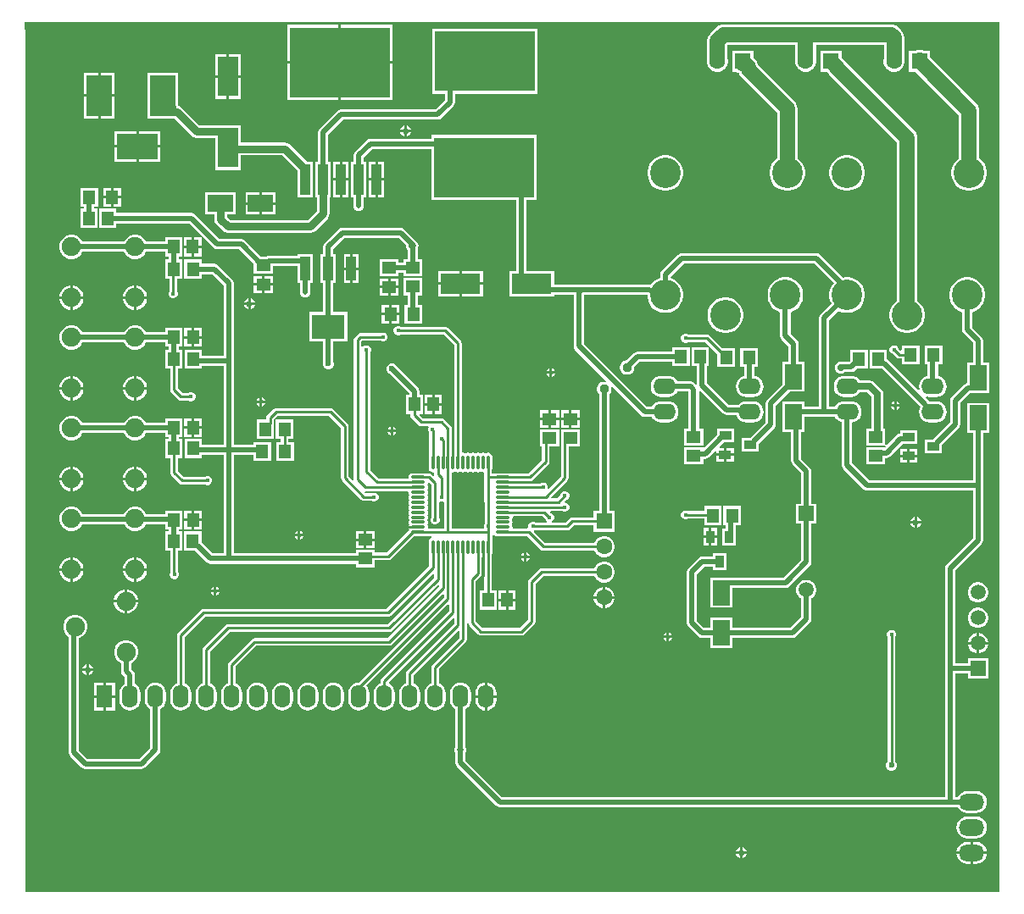
<source format=gtl>
G04*
G04 #@! TF.GenerationSoftware,Altium Limited,Altium Designer,21.9.2 (33)*
G04*
G04 Layer_Physical_Order=1*
G04 Layer_Color=255*
%FSLAX25Y25*%
%MOIN*%
G70*
G04*
G04 #@! TF.SameCoordinates,16876C39-77F7-4B8B-AB46-175668DC8D83*
G04*
G04*
G04 #@! TF.FilePolarity,Positive*
G04*
G01*
G75*
%ADD15C,0.01000*%
%ADD17C,0.02500*%
%ADD19C,0.03000*%
%ADD20O,0.05709X0.01181*%
%ADD21O,0.01181X0.05709*%
%ADD22R,0.06693X0.09843*%
%ADD23R,0.03347X0.04724*%
%ADD24R,0.04724X0.05512*%
%ADD25R,0.04724X0.03347*%
%ADD26R,0.05000X0.05500*%
%ADD27O,0.08858X0.06299*%
%ADD28R,0.05512X0.04724*%
%ADD29R,0.39370X0.27559*%
%ADD30R,0.03937X0.12000*%
%ADD31R,0.39370X0.23622*%
%ADD32R,0.15748X0.07874*%
%ADD33R,0.12992X0.09449*%
%ADD34R,0.03937X0.09449*%
%ADD35R,0.09843X0.06693*%
%ADD36R,0.07874X0.15748*%
%ADD68C,0.02000*%
%ADD69C,0.06000*%
%ADD70O,0.10000X0.06600*%
%ADD71C,0.05984*%
%ADD72R,0.05984X0.05984*%
%ADD73C,0.06299*%
%ADD74R,0.06299X0.06299*%
%ADD75C,0.05906*%
%ADD76R,0.05906X0.05906*%
%ADD77R,0.06299X0.06299*%
%ADD78C,0.12000*%
%ADD79R,0.06200X0.09000*%
%ADD80O,0.06200X0.09000*%
%ADD81C,0.07500*%
%ADD82R,0.10000X0.16000*%
%ADD83R,0.16000X0.10000*%
%ADD84C,0.03775*%
%ADD85C,0.01575*%
%ADD86C,0.02756*%
%ADD87C,0.02362*%
%ADD88C,0.02575*%
%ADD89C,0.01968*%
G36*
X527993Y164007D02*
X144757D01*
X144757Y503250D01*
X144604Y504018D01*
X144507Y504164D01*
Y506493D01*
X527993D01*
X527993Y164007D01*
D02*
G37*
%LPC*%
G36*
X289185Y505279D02*
X269000D01*
Y491000D01*
X289185D01*
Y505279D01*
D02*
G37*
G36*
X268000D02*
X247815D01*
Y491000D01*
X268000D01*
Y505279D01*
D02*
G37*
G36*
X485328Y505519D02*
X419500D01*
X418460Y505382D01*
X417491Y504980D01*
X416658Y504342D01*
X414158Y501842D01*
X413520Y501009D01*
X413118Y500040D01*
X412981Y499000D01*
Y491974D01*
X412866Y491544D01*
Y490456D01*
X413148Y489404D01*
X413692Y488462D01*
X414462Y487692D01*
X415404Y487148D01*
X416456Y486866D01*
X417544D01*
X418596Y487148D01*
X419538Y487692D01*
X420308Y488462D01*
X420852Y489404D01*
X421134Y490456D01*
Y491544D01*
X421019Y491974D01*
Y497335D01*
X421165Y497481D01*
X447731D01*
Y491974D01*
X447616Y491544D01*
Y490456D01*
X447898Y489404D01*
X448442Y488462D01*
X449212Y487692D01*
X450154Y487148D01*
X451206Y486866D01*
X452294D01*
X453346Y487148D01*
X454288Y487692D01*
X455058Y488462D01*
X455602Y489404D01*
X455884Y490456D01*
Y491544D01*
X455769Y491974D01*
Y497481D01*
X482481D01*
Y491974D01*
X482366Y491544D01*
Y490456D01*
X482648Y489404D01*
X483192Y488462D01*
X483962Y487692D01*
X484904Y487148D01*
X485956Y486866D01*
X487044D01*
X488096Y487148D01*
X489038Y487692D01*
X489808Y488462D01*
X490352Y489404D01*
X490634Y490456D01*
Y491544D01*
X490519Y491974D01*
Y500328D01*
X490382Y501369D01*
X489980Y502338D01*
X489342Y503170D01*
X488170Y504342D01*
X487338Y504980D01*
X486369Y505382D01*
X485328Y505519D01*
D02*
G37*
G36*
X229437Y493850D02*
X225000D01*
Y485476D01*
X229437D01*
Y493850D01*
D02*
G37*
G36*
X224000D02*
X219563D01*
Y485476D01*
X224000D01*
Y493850D01*
D02*
G37*
G36*
X180000Y486500D02*
X174500D01*
Y478000D01*
X180000D01*
Y486500D01*
D02*
G37*
G36*
X173500D02*
X168000D01*
Y478000D01*
X173500D01*
Y486500D01*
D02*
G37*
G36*
X229437Y484476D02*
X225000D01*
Y476102D01*
X229437D01*
Y484476D01*
D02*
G37*
G36*
X224000D02*
X219563D01*
Y476102D01*
X224000D01*
Y484476D01*
D02*
G37*
G36*
X289185Y490000D02*
X269000D01*
Y475721D01*
X289185D01*
Y490000D01*
D02*
G37*
G36*
X268000D02*
X247815D01*
Y475721D01*
X268000D01*
Y490000D01*
D02*
G37*
G36*
X180000Y477000D02*
X174500D01*
Y468500D01*
X180000D01*
Y477000D01*
D02*
G37*
G36*
X173500D02*
X168000D01*
Y468500D01*
X173500D01*
Y477000D01*
D02*
G37*
G36*
X295000Y465654D02*
Y464000D01*
X296654D01*
X296349Y464736D01*
X295736Y465349D01*
X295000Y465654D01*
D02*
G37*
G36*
X294000D02*
X293265Y465349D01*
X292651Y464736D01*
X292346Y464000D01*
X294000D01*
Y465654D01*
D02*
G37*
G36*
X296654Y463000D02*
X295000D01*
Y461346D01*
X295736Y461651D01*
X296349Y462264D01*
X296654Y463000D01*
D02*
G37*
G36*
X294000D02*
X292346D01*
X292651Y462264D01*
X293265Y461651D01*
X294000Y461346D01*
Y463000D01*
D02*
G37*
G36*
X198000Y463500D02*
X189500D01*
Y458000D01*
X198000D01*
Y463500D01*
D02*
G37*
G36*
X188500D02*
X180000D01*
Y458000D01*
X188500D01*
Y463500D01*
D02*
G37*
G36*
X198000Y457000D02*
X189500D01*
Y451500D01*
X198000D01*
Y457000D01*
D02*
G37*
G36*
X188500D02*
X180000D01*
Y451500D01*
X188500D01*
Y457000D01*
D02*
G37*
G36*
X271969Y451500D02*
X269500D01*
Y445000D01*
X271969D01*
Y451500D01*
D02*
G37*
G36*
X285968D02*
X283500D01*
Y445000D01*
X285968D01*
Y451500D01*
D02*
G37*
G36*
X282500D02*
X280031D01*
Y445000D01*
X282500D01*
Y451500D01*
D02*
G37*
G36*
X268500D02*
X266032D01*
Y445000D01*
X268500D01*
Y451500D01*
D02*
G37*
G36*
X496500Y495519D02*
X495460Y495382D01*
X494862Y495134D01*
X492366D01*
Y486866D01*
X494951D01*
X511981Y469835D01*
Y452715D01*
X511548Y452425D01*
X510575Y451452D01*
X509811Y450308D01*
X509284Y449037D01*
X509016Y447688D01*
Y446312D01*
X509284Y444963D01*
X509811Y443692D01*
X510575Y442548D01*
X511548Y441575D01*
X512692Y440811D01*
X513963Y440284D01*
X515312Y440016D01*
X516688D01*
X518037Y440284D01*
X519308Y440811D01*
X520452Y441575D01*
X521425Y442548D01*
X522189Y443692D01*
X522716Y444963D01*
X522984Y446312D01*
Y447688D01*
X522716Y449037D01*
X522189Y450308D01*
X521425Y451452D01*
X520452Y452425D01*
X520019Y452715D01*
Y471500D01*
X519882Y472540D01*
X519480Y473509D01*
X518842Y474342D01*
X500634Y492549D01*
Y495134D01*
X498139D01*
X497540Y495382D01*
X496500Y495519D01*
D02*
G37*
G36*
X468688Y453984D02*
X467312D01*
X465963Y453716D01*
X464692Y453189D01*
X463548Y452425D01*
X462575Y451452D01*
X461811Y450308D01*
X461284Y449037D01*
X461016Y447688D01*
Y446312D01*
X461284Y444963D01*
X461811Y443692D01*
X462575Y442548D01*
X463548Y441575D01*
X464692Y440811D01*
X465963Y440284D01*
X467312Y440016D01*
X468688D01*
X470037Y440284D01*
X471308Y440811D01*
X472452Y441575D01*
X473425Y442548D01*
X474189Y443692D01*
X474716Y444963D01*
X474984Y446312D01*
Y447688D01*
X474716Y449037D01*
X474189Y450308D01*
X473425Y451452D01*
X472452Y452425D01*
X471308Y453189D01*
X470037Y453716D01*
X468688Y453984D01*
D02*
G37*
G36*
X431134Y495134D02*
X422866D01*
Y486866D01*
X424539D01*
X424991Y486520D01*
X425471Y486321D01*
X425669Y485841D01*
X426308Y485009D01*
X440481Y470835D01*
Y452715D01*
X440048Y452425D01*
X439075Y451452D01*
X438311Y450308D01*
X437784Y449037D01*
X437516Y447688D01*
Y446312D01*
X437784Y444963D01*
X438311Y443692D01*
X439075Y442548D01*
X440048Y441575D01*
X441192Y440811D01*
X442463Y440284D01*
X443812Y440016D01*
X445188D01*
X446537Y440284D01*
X447808Y440811D01*
X448952Y441575D01*
X449925Y442548D01*
X450689Y443692D01*
X451216Y444963D01*
X451484Y446312D01*
Y447688D01*
X451216Y449037D01*
X450689Y450308D01*
X449925Y451452D01*
X448952Y452425D01*
X448519Y452715D01*
Y472500D01*
X448382Y473540D01*
X447980Y474509D01*
X447342Y475342D01*
X433068Y489616D01*
X433031Y489890D01*
X432630Y490860D01*
X431991Y491692D01*
X431134Y492549D01*
Y495134D01*
D02*
G37*
G36*
X397188Y453984D02*
X395812D01*
X394463Y453716D01*
X393192Y453189D01*
X392048Y452425D01*
X391075Y451452D01*
X390311Y450308D01*
X389784Y449037D01*
X389516Y447688D01*
Y446312D01*
X389784Y444963D01*
X390311Y443692D01*
X391075Y442548D01*
X392048Y441575D01*
X393192Y440811D01*
X394463Y440284D01*
X395812Y440016D01*
X397188D01*
X398537Y440284D01*
X399808Y440811D01*
X400952Y441575D01*
X401925Y442548D01*
X402689Y443692D01*
X403216Y444963D01*
X403484Y446312D01*
Y447688D01*
X403216Y449037D01*
X402689Y450308D01*
X401925Y451452D01*
X400952Y452425D01*
X399808Y453189D01*
X398537Y453716D01*
X397188Y453984D01*
D02*
G37*
G36*
X182500Y441250D02*
X179500D01*
Y438000D01*
X182500D01*
Y441250D01*
D02*
G37*
G36*
X178500D02*
X175500D01*
Y438000D01*
X178500D01*
Y441250D01*
D02*
G37*
G36*
X204984Y486484D02*
X193016D01*
Y468516D01*
X202255D01*
X202500Y468467D01*
X203451D01*
X210311Y461607D01*
X211133Y461058D01*
X212102Y460865D01*
X219579D01*
Y448165D01*
X229421D01*
Y453991D01*
X245959D01*
X252047Y447902D01*
Y437516D01*
X257953D01*
Y451484D01*
X255629D01*
X248799Y458315D01*
X247977Y458864D01*
X247008Y459057D01*
X229421D01*
Y465882D01*
X222308D01*
X222063Y465931D01*
X213152D01*
X206291Y472791D01*
X205469Y473340D01*
X204984Y473437D01*
Y486484D01*
D02*
G37*
G36*
X285968Y444000D02*
X283500D01*
Y437500D01*
X285968D01*
Y444000D01*
D02*
G37*
G36*
X282500D02*
X280031D01*
Y437500D01*
X282500D01*
Y444000D01*
D02*
G37*
G36*
X271969D02*
X269500D01*
Y437500D01*
X271969D01*
Y444000D01*
D02*
G37*
G36*
X268500D02*
X266032D01*
Y437500D01*
X268500D01*
Y444000D01*
D02*
G37*
G36*
X243295Y439347D02*
X237874D01*
Y435500D01*
X243295D01*
Y439347D01*
D02*
G37*
G36*
X236874D02*
X231453D01*
Y435500D01*
X236874D01*
Y439347D01*
D02*
G37*
G36*
X182500Y437000D02*
X179500D01*
Y433750D01*
X182500D01*
Y437000D01*
D02*
G37*
G36*
X178500D02*
X175500D01*
Y433750D01*
X178500D01*
Y437000D01*
D02*
G37*
G36*
X243295Y434500D02*
X237874D01*
Y430653D01*
X243295D01*
Y434500D01*
D02*
G37*
G36*
X236874D02*
X231453D01*
Y430653D01*
X236874D01*
Y434500D01*
D02*
G37*
G36*
X346169Y503795D02*
X304831D01*
Y478205D01*
X309837D01*
Y475699D01*
X306162Y472023D01*
X269000D01*
X268226Y471869D01*
X267569Y471431D01*
X260569Y464431D01*
X260131Y463774D01*
X259977Y463000D01*
Y451484D01*
X259047D01*
Y437516D01*
X259467D01*
Y432049D01*
X255951Y428533D01*
X225549D01*
X224159Y429923D01*
Y430669D01*
X227532D01*
Y439331D01*
X215721D01*
Y430669D01*
X219093D01*
Y428874D01*
X219286Y427905D01*
X219835Y427083D01*
X222709Y424209D01*
X223531Y423660D01*
X224500Y423467D01*
X257000D01*
X257969Y423660D01*
X258791Y424209D01*
X263791Y429209D01*
X264340Y430031D01*
X264533Y431000D01*
Y437516D01*
X264953D01*
Y451484D01*
X264023D01*
Y462162D01*
X269838Y467977D01*
X307000D01*
X307774Y468131D01*
X308431Y468569D01*
X313291Y473430D01*
X313730Y474086D01*
X313884Y474860D01*
Y478205D01*
X346169D01*
Y503795D01*
D02*
G37*
G36*
X173484Y441234D02*
X166516D01*
Y433766D01*
X167866D01*
Y433001D01*
X166431D01*
Y425521D01*
X173124D01*
Y433001D01*
X171912D01*
Y433766D01*
X173484D01*
Y441234D01*
D02*
G37*
G36*
X188623Y422734D02*
X187377D01*
X186173Y422412D01*
X185093Y421788D01*
X184212Y420907D01*
X183701Y420023D01*
X167299D01*
X166788Y420907D01*
X165907Y421788D01*
X164827Y422412D01*
X163623Y422734D01*
X162377D01*
X161173Y422412D01*
X160093Y421788D01*
X159212Y420907D01*
X158588Y419827D01*
X158266Y418623D01*
Y417377D01*
X158588Y416173D01*
X159212Y415093D01*
X160093Y414212D01*
X161173Y413588D01*
X162377Y413266D01*
X163623D01*
X164827Y413588D01*
X165907Y414212D01*
X166788Y415093D01*
X167299Y415977D01*
X183701D01*
X184212Y415093D01*
X185093Y414212D01*
X186173Y413588D01*
X187377Y413266D01*
X188623D01*
X189827Y413588D01*
X190907Y414212D01*
X191788Y415093D01*
X192303Y415984D01*
X199896D01*
Y414273D01*
X201237D01*
Y413001D01*
X199931D01*
Y405520D01*
X201487D01*
Y400476D01*
X201228Y399852D01*
Y399148D01*
X201498Y398496D01*
X201996Y397998D01*
X202648Y397728D01*
X203352D01*
X204004Y397998D01*
X204502Y398496D01*
X204772Y399148D01*
Y399852D01*
X204513Y400476D01*
Y405520D01*
X206624D01*
Y413001D01*
X205283D01*
Y414273D01*
X206589D01*
Y421754D01*
X199896D01*
Y420030D01*
X192295D01*
X191788Y420907D01*
X190907Y421788D01*
X189827Y422412D01*
X188623Y422734D01*
D02*
G37*
G36*
X214085Y421769D02*
X211223D01*
Y418513D01*
X214085D01*
Y421769D01*
D02*
G37*
G36*
X210223D02*
X207361D01*
Y418513D01*
X210223D01*
Y421769D01*
D02*
G37*
G36*
X214085Y417513D02*
X211223D01*
Y414257D01*
X214085D01*
Y417513D01*
D02*
G37*
G36*
X210223D02*
X207361D01*
Y414257D01*
X210223D01*
Y417513D01*
D02*
G37*
G36*
X292500Y425523D02*
X269500D01*
X268726Y425369D01*
X268069Y424931D01*
X262569Y419431D01*
X262131Y418774D01*
X261977Y418000D01*
Y415126D01*
X261047D01*
Y403709D01*
X261977D01*
Y392291D01*
X256520D01*
Y380874D01*
X261977D01*
Y372774D01*
X261835Y372431D01*
Y371569D01*
X262164Y370773D01*
X262773Y370164D01*
X263569Y369835D01*
X264431D01*
X265227Y370164D01*
X265836Y370773D01*
X266165Y371569D01*
Y372431D01*
X266023Y372774D01*
Y380874D01*
X271480D01*
Y392291D01*
X266023D01*
Y403709D01*
X266953D01*
Y415126D01*
X266023D01*
Y417162D01*
X270338Y421477D01*
X291662D01*
X294504Y418635D01*
X294477Y418500D01*
X294631Y417726D01*
X295069Y417069D01*
X295216Y416923D01*
Y413114D01*
X293499D01*
Y411768D01*
X291727D01*
Y413069D01*
X284246D01*
Y406376D01*
X291727D01*
Y407722D01*
X293499D01*
Y406421D01*
X300979D01*
Y413114D01*
X299262D01*
Y417566D01*
X299369Y417726D01*
X299523Y418500D01*
X299369Y419274D01*
X298931Y419931D01*
X293931Y424931D01*
X293274Y425369D01*
X292500Y425523D01*
D02*
G37*
G36*
X276024Y415142D02*
X273555D01*
Y409917D01*
X276024D01*
Y415142D01*
D02*
G37*
G36*
X272555D02*
X270087D01*
Y409917D01*
X272555D01*
Y415142D01*
D02*
G37*
G36*
X324898Y408437D02*
X316524D01*
Y404000D01*
X324898D01*
Y408437D01*
D02*
G37*
G36*
X315524D02*
X307150D01*
Y404000D01*
X315524D01*
Y408437D01*
D02*
G37*
G36*
X242243Y406605D02*
X238987D01*
Y403743D01*
X242243D01*
Y406605D01*
D02*
G37*
G36*
X237987D02*
X234731D01*
Y403743D01*
X237987D01*
Y406605D01*
D02*
G37*
G36*
X276024Y408917D02*
X273555D01*
Y403693D01*
X276024D01*
Y408917D01*
D02*
G37*
G36*
X272555D02*
X270087D01*
Y403693D01*
X272555D01*
Y408917D01*
D02*
G37*
G36*
X291742Y405605D02*
X288487D01*
Y402742D01*
X291742D01*
Y405605D01*
D02*
G37*
G36*
X287487D02*
X284231D01*
Y402742D01*
X287487D01*
Y405605D01*
D02*
G37*
G36*
X242243Y402742D02*
X238987D01*
Y399880D01*
X242243D01*
Y402742D01*
D02*
G37*
G36*
X237987D02*
X234731D01*
Y399880D01*
X237987D01*
Y402742D01*
D02*
G37*
G36*
X291742Y401743D02*
X288487D01*
Y398880D01*
X291742D01*
Y401743D01*
D02*
G37*
G36*
X287487D02*
X284231D01*
Y398880D01*
X287487D01*
Y401743D01*
D02*
G37*
G36*
X324898Y403000D02*
X316524D01*
Y398563D01*
X324898D01*
Y403000D01*
D02*
G37*
G36*
X315524D02*
X307150D01*
Y398563D01*
X315524D01*
Y403000D01*
D02*
G37*
G36*
X188625Y402750D02*
X188500D01*
Y398500D01*
X192750D01*
Y398625D01*
X192426Y399833D01*
X191801Y400917D01*
X190917Y401801D01*
X189833Y402426D01*
X188625Y402750D01*
D02*
G37*
G36*
X163625D02*
X163500D01*
Y398500D01*
X167750D01*
Y398625D01*
X167426Y399833D01*
X166801Y400917D01*
X165917Y401801D01*
X164833Y402426D01*
X163625Y402750D01*
D02*
G37*
G36*
X187500D02*
X187375D01*
X186167Y402426D01*
X185083Y401801D01*
X184199Y400917D01*
X183574Y399833D01*
X183250Y398625D01*
Y398500D01*
X187500D01*
Y402750D01*
D02*
G37*
G36*
X162500D02*
X162375D01*
X161167Y402426D01*
X160083Y401801D01*
X159199Y400917D01*
X158574Y399833D01*
X158250Y398625D01*
Y398500D01*
X162500D01*
Y402750D01*
D02*
G37*
G36*
X180604Y433001D02*
X173911D01*
Y425521D01*
X180604D01*
Y427238D01*
X209401D01*
X218847Y417792D01*
X218980Y417703D01*
X219069Y417569D01*
X219726Y417131D01*
X220500Y416977D01*
X228978D01*
X234747Y411208D01*
Y407376D01*
X242227D01*
Y410477D01*
X251992D01*
Y403709D01*
X252977D01*
Y400000D01*
X253031Y399725D01*
Y399608D01*
X253076Y399500D01*
X253131Y399226D01*
X253286Y398993D01*
X253331Y398885D01*
X253414Y398802D01*
X253569Y398569D01*
X253802Y398414D01*
X253885Y398331D01*
X253993Y398286D01*
X254226Y398131D01*
X254500Y398076D01*
X254608Y398031D01*
X254725D01*
X255000Y397977D01*
X255275Y398031D01*
X255392D01*
X255500Y398076D01*
X255774Y398131D01*
X256007Y398286D01*
X256115Y398331D01*
X256198Y398414D01*
X256431Y398569D01*
X256586Y398802D01*
X256669Y398885D01*
X256714Y398993D01*
X256869Y399226D01*
X256924Y399500D01*
X256968Y399608D01*
Y399725D01*
X257023Y400000D01*
Y403709D01*
X257898D01*
Y415126D01*
X251992D01*
Y414523D01*
X240657D01*
X239883Y414369D01*
X239435Y414069D01*
X237608D01*
X231246Y420431D01*
X230590Y420869D01*
X229816Y421023D01*
X221338D01*
X211670Y430691D01*
X211014Y431130D01*
X210239Y431284D01*
X180604D01*
Y433001D01*
D02*
G37*
G36*
X233500Y397654D02*
Y396000D01*
X235154D01*
X234849Y396736D01*
X234236Y397349D01*
X233500Y397654D01*
D02*
G37*
G36*
X232500D02*
X231765Y397349D01*
X231151Y396736D01*
X230846Y396000D01*
X232500D01*
Y397654D01*
D02*
G37*
G36*
X235154Y395000D02*
X233500D01*
Y393346D01*
X234236Y393651D01*
X234849Y394265D01*
X235154Y395000D01*
D02*
G37*
G36*
X232500D02*
X230846D01*
X231151Y394265D01*
X231765Y393651D01*
X232500Y393346D01*
Y395000D01*
D02*
G37*
G36*
X192750Y397500D02*
X188500D01*
Y393250D01*
X188625D01*
X189833Y393574D01*
X190917Y394199D01*
X191801Y395083D01*
X192426Y396167D01*
X192750Y397375D01*
Y397500D01*
D02*
G37*
G36*
X187500D02*
X183250D01*
Y397375D01*
X183574Y396167D01*
X184199Y395083D01*
X185083Y394199D01*
X186167Y393574D01*
X187375Y393250D01*
X187500D01*
Y397500D01*
D02*
G37*
G36*
X167750D02*
X163500D01*
Y393250D01*
X163625D01*
X164833Y393574D01*
X165917Y394199D01*
X166801Y395083D01*
X167426Y396167D01*
X167750Y397375D01*
Y397500D01*
D02*
G37*
G36*
X162500D02*
X158250D01*
Y397375D01*
X158574Y396167D01*
X159199Y395083D01*
X160083Y394199D01*
X161167Y393574D01*
X162375Y393250D01*
X162500D01*
Y397500D01*
D02*
G37*
G36*
X292000Y395250D02*
X289000D01*
Y392000D01*
X292000D01*
Y395250D01*
D02*
G37*
G36*
X288000D02*
X285000D01*
Y392000D01*
X288000D01*
Y395250D01*
D02*
G37*
G36*
X300979Y405634D02*
X293499D01*
Y398941D01*
X295347D01*
Y395234D01*
X294016D01*
Y387766D01*
X300984D01*
Y395234D01*
X299393D01*
Y398941D01*
X300979D01*
Y405634D01*
D02*
G37*
G36*
X292000Y391000D02*
X289000D01*
Y387750D01*
X292000D01*
Y391000D01*
D02*
G37*
G36*
X288000D02*
X285000D01*
Y387750D01*
X288000D01*
Y391000D01*
D02*
G37*
G36*
X188623Y387068D02*
X187377D01*
X186173Y386745D01*
X185093Y386122D01*
X184212Y385240D01*
X183717Y384383D01*
X167283D01*
X166788Y385240D01*
X165907Y386122D01*
X164827Y386745D01*
X163623Y387068D01*
X162377D01*
X161173Y386745D01*
X160093Y386122D01*
X159212Y385240D01*
X158588Y384161D01*
X158266Y382957D01*
Y381710D01*
X158588Y380506D01*
X159212Y379426D01*
X160093Y378545D01*
X161173Y377922D01*
X162377Y377599D01*
X163623D01*
X164827Y377922D01*
X165907Y378545D01*
X166788Y379426D01*
X167314Y380337D01*
X183686D01*
X184212Y379426D01*
X185093Y378545D01*
X186173Y377922D01*
X187377Y377599D01*
X188623D01*
X189827Y377922D01*
X190907Y378545D01*
X191788Y379426D01*
X192314Y380337D01*
X199931D01*
Y378646D01*
X201264D01*
Y377434D01*
X199941D01*
Y369954D01*
X201774D01*
Y361713D01*
X201774Y361713D01*
X201889Y361134D01*
X202217Y360643D01*
X204930Y357930D01*
X204930Y357930D01*
X205421Y357602D01*
X206000Y357487D01*
X209024D01*
X209648Y357228D01*
X210352D01*
X211004Y357498D01*
X211502Y357996D01*
X211772Y358648D01*
Y359352D01*
X211502Y360004D01*
X211004Y360502D01*
X210352Y360772D01*
X209648D01*
X209024Y360513D01*
X206627D01*
X204801Y362339D01*
Y369954D01*
X206634D01*
Y377434D01*
X205311D01*
Y378646D01*
X206624D01*
Y386127D01*
X199931D01*
Y384383D01*
X192283D01*
X191788Y385240D01*
X190907Y386122D01*
X189827Y386745D01*
X188623Y387068D01*
D02*
G37*
G36*
X465884Y495134D02*
X457616D01*
Y492024D01*
X457481Y491000D01*
X457616Y489976D01*
Y486866D01*
X460201D01*
X460380Y486687D01*
X460419Y486591D01*
X461058Y485759D01*
X487603Y459213D01*
Y396809D01*
X487170Y396519D01*
X486197Y395547D01*
X485433Y394403D01*
X484906Y393132D01*
X484638Y391782D01*
Y390407D01*
X484906Y389057D01*
X485433Y387786D01*
X486197Y386642D01*
X487170Y385669D01*
X488314Y384905D01*
X489585Y384379D01*
X490934Y384110D01*
X492310D01*
X493659Y384379D01*
X494930Y384905D01*
X496074Y385669D01*
X497047Y386642D01*
X497811Y387786D01*
X498338Y389057D01*
X498606Y390407D01*
Y391782D01*
X498338Y393132D01*
X497811Y394403D01*
X497047Y395547D01*
X496074Y396519D01*
X495641Y396809D01*
Y460878D01*
X495504Y461918D01*
X495102Y462887D01*
X494464Y463720D01*
X467420Y490764D01*
X467380Y490860D01*
X466741Y491692D01*
X465884Y492549D01*
Y495134D01*
D02*
G37*
G36*
X420810Y398079D02*
X419434D01*
X418085Y397810D01*
X416814Y397284D01*
X415670Y396519D01*
X414697Y395547D01*
X413933Y394403D01*
X413406Y393132D01*
X413138Y391782D01*
Y390407D01*
X413406Y389057D01*
X413933Y387786D01*
X414697Y386642D01*
X415670Y385669D01*
X416814Y384905D01*
X418085Y384379D01*
X419434Y384110D01*
X420810D01*
X422159Y384379D01*
X423430Y384905D01*
X424574Y385669D01*
X425547Y386642D01*
X426311Y387786D01*
X426838Y389057D01*
X427106Y390407D01*
Y391782D01*
X426838Y393132D01*
X426311Y394403D01*
X425547Y395547D01*
X424574Y396519D01*
X423430Y397284D01*
X422159Y397810D01*
X420810Y398079D01*
D02*
G37*
G36*
X214120Y386142D02*
X211258D01*
Y382887D01*
X214120D01*
Y386142D01*
D02*
G37*
G36*
X210258D02*
X207395D01*
Y382887D01*
X210258D01*
Y386142D01*
D02*
G37*
G36*
X214120Y381887D02*
X211258D01*
Y378631D01*
X214120D01*
Y381887D01*
D02*
G37*
G36*
X210258D02*
X207395D01*
Y378631D01*
X210258D01*
Y381887D01*
D02*
G37*
G36*
X476089Y377480D02*
X469396D01*
Y373254D01*
X468810Y372668D01*
X466439D01*
X465970Y372862D01*
X465030D01*
X464162Y372503D01*
X463497Y371838D01*
X463138Y370970D01*
Y370030D01*
X463497Y369162D01*
X464162Y368497D01*
X465030Y368138D01*
X465970D01*
X466838Y368497D01*
X466962Y368621D01*
X469648D01*
X470422Y368776D01*
X471078Y369214D01*
X471864Y369999D01*
X476089D01*
Y377480D01*
D02*
G37*
G36*
X486852Y379272D02*
X486148D01*
X485496Y379002D01*
X484998Y378504D01*
X484728Y377852D01*
Y377148D01*
X484998Y376496D01*
X485496Y375998D01*
X486120Y375740D01*
X487430Y374430D01*
X487430Y374430D01*
X487921Y374102D01*
X488500Y373987D01*
X488500Y373987D01*
X489516D01*
Y371766D01*
X496484D01*
Y379234D01*
X489516D01*
Y377281D01*
X489016Y377124D01*
X488260Y377880D01*
X488002Y378504D01*
X487504Y379002D01*
X486852Y379272D01*
D02*
G37*
G36*
X406089Y378480D02*
X399396D01*
Y376763D01*
X385587D01*
X384812Y376608D01*
X384156Y376170D01*
X381358Y373372D01*
X381122D01*
X380392Y373176D01*
X379737Y372798D01*
X379202Y372263D01*
X378824Y371608D01*
X378628Y370878D01*
Y370122D01*
X378824Y369392D01*
X379202Y368737D01*
X379737Y368202D01*
X380392Y367824D01*
X381122Y367628D01*
X381878D01*
X382608Y367824D01*
X383263Y368202D01*
X383798Y368737D01*
X384176Y369392D01*
X384372Y370122D01*
Y370663D01*
X386425Y372716D01*
X399396D01*
Y370999D01*
X406089D01*
Y378480D01*
D02*
G37*
G36*
X404852Y383772D02*
X404148D01*
X403496Y383502D01*
X402998Y383004D01*
X402728Y382352D01*
Y381648D01*
X402998Y380996D01*
X403496Y380498D01*
X404148Y380228D01*
X404852D01*
X405476Y380487D01*
X412373D01*
X417016Y375844D01*
Y370766D01*
X423984D01*
Y378234D01*
X418906D01*
X414070Y383070D01*
X413579Y383398D01*
X413000Y383513D01*
X413000Y383513D01*
X405476D01*
X404852Y383772D01*
D02*
G37*
G36*
X352000Y370228D02*
Y369000D01*
X353228D01*
X353015Y369513D01*
X352513Y370015D01*
X352000Y370228D01*
D02*
G37*
G36*
X351000D02*
X350487Y370015D01*
X349985Y369513D01*
X349772Y369000D01*
X351000D01*
Y370228D01*
D02*
G37*
G36*
X353228Y368000D02*
X352000D01*
Y366772D01*
X352513Y366985D01*
X353015Y367488D01*
X353228Y368000D01*
D02*
G37*
G36*
X351000D02*
X349772D01*
X349985Y367488D01*
X350487Y366985D01*
X351000Y366772D01*
Y368000D01*
D02*
G37*
G36*
X345776Y462063D02*
X304437D01*
Y460523D01*
X280500D01*
X279726Y460369D01*
X279069Y459931D01*
X274569Y455431D01*
X274131Y454774D01*
X273977Y454000D01*
Y451484D01*
X273047D01*
Y437516D01*
X273977D01*
Y434000D01*
X274031Y433725D01*
Y433608D01*
X274076Y433500D01*
X274131Y433226D01*
X274286Y432993D01*
X274331Y432885D01*
X274414Y432802D01*
X274569Y432569D01*
X274802Y432414D01*
X274885Y432331D01*
X274993Y432286D01*
X275226Y432131D01*
X275500Y432076D01*
X275608Y432031D01*
X275725D01*
X276000Y431977D01*
X276275Y432031D01*
X276392D01*
X276500Y432076D01*
X276774Y432131D01*
X277007Y432286D01*
X277115Y432331D01*
X277198Y432414D01*
X277431Y432569D01*
X277586Y432802D01*
X277669Y432885D01*
X277714Y432993D01*
X277869Y433226D01*
X277924Y433500D01*
X277969Y433608D01*
Y433725D01*
X278023Y434000D01*
Y437516D01*
X278953D01*
Y444646D01*
X279023Y445000D01*
X278953Y445354D01*
Y451484D01*
X278023D01*
Y453162D01*
X281338Y456477D01*
X304437D01*
Y436473D01*
X337977D01*
Y408421D01*
X335118D01*
Y398579D01*
X352835D01*
Y398977D01*
X360453D01*
Y379024D01*
X360607Y378249D01*
X361046Y377593D01*
X373386Y365253D01*
X373127Y364805D01*
X372878Y364872D01*
X372122D01*
X371392Y364676D01*
X370737Y364298D01*
X370202Y363763D01*
X369824Y363108D01*
X369628Y362378D01*
Y361622D01*
X369824Y360892D01*
X370202Y360237D01*
X370477Y359962D01*
Y314134D01*
X368366D01*
Y311513D01*
X360000D01*
X360000Y311513D01*
X359421Y311398D01*
X358930Y311070D01*
X358930Y311070D01*
X357373Y309513D01*
X352140D01*
X352022Y309931D01*
X352019Y310013D01*
X352502Y310496D01*
X352772Y311148D01*
Y311852D01*
X352502Y312504D01*
X352004Y313002D01*
X351457Y313228D01*
X351309Y313494D01*
X351579Y313995D01*
X356005D01*
X356648Y313728D01*
X357352D01*
X358004Y313998D01*
X358502Y314496D01*
X358772Y315148D01*
Y315852D01*
X358502Y316504D01*
X358004Y317002D01*
X357352Y317272D01*
X357119D01*
X356912Y317772D01*
X357380Y318240D01*
X358004Y318498D01*
X358502Y318996D01*
X358772Y319648D01*
Y320352D01*
X358502Y321004D01*
X358004Y321502D01*
X357352Y321772D01*
X356648D01*
X355996Y321502D01*
X355498Y321004D01*
X355240Y320380D01*
X353857Y318998D01*
X351791D01*
X351600Y319460D01*
X358053Y325913D01*
X358053Y325913D01*
X358382Y326404D01*
X358497Y326983D01*
X358497Y326983D01*
Y339431D01*
X362980D01*
Y346124D01*
X355499D01*
Y341061D01*
X355470Y340915D01*
X355470Y340915D01*
Y327610D01*
X350675Y322815D01*
X350251Y323099D01*
X350272Y323148D01*
Y323852D01*
X350002Y324504D01*
X349504Y325002D01*
X348852Y325272D01*
X348148D01*
X347496Y325002D01*
X347398Y324903D01*
X336823D01*
X336506Y325290D01*
X336519Y325358D01*
X336506Y325427D01*
X336823Y325813D01*
X343327D01*
X343327Y325813D01*
X343906Y325929D01*
X344397Y326257D01*
X350570Y332430D01*
X350570Y332430D01*
X350898Y332921D01*
X351013Y333500D01*
X351013Y333500D01*
Y339431D01*
X354753D01*
Y346124D01*
X347273D01*
Y339431D01*
X347987D01*
Y334127D01*
X342700Y328840D01*
X335362D01*
X334898Y328932D01*
X330370D01*
X329906Y328840D01*
X328340D01*
Y330406D01*
X328432Y330870D01*
Y335398D01*
X328310Y336012D01*
X327962Y336533D01*
X327441Y336881D01*
X326827Y337003D01*
X326212Y336881D01*
X325842Y336634D01*
X325473Y336881D01*
X324858Y337003D01*
X324244Y336881D01*
X323874Y336634D01*
X323504Y336881D01*
X322890Y337003D01*
X322275Y336881D01*
X321905Y336634D01*
X321536Y336881D01*
X320921Y337003D01*
X320307Y336881D01*
X319937Y336634D01*
X319567Y336881D01*
X318953Y337003D01*
X318338Y336881D01*
X317969Y336634D01*
X317599Y336881D01*
X316984Y337003D01*
X316916Y336990D01*
X316529Y337307D01*
Y379984D01*
X316414Y380563D01*
X316086Y381054D01*
X316086Y381054D01*
X311070Y386070D01*
X310579Y386398D01*
X310000Y386513D01*
X310000Y386513D01*
X292476D01*
X291852Y386772D01*
X291148D01*
X290496Y386502D01*
X289998Y386004D01*
X289728Y385352D01*
Y384648D01*
X289998Y383996D01*
X290496Y383498D01*
X291148Y383228D01*
X291852D01*
X292476Y383487D01*
X309373D01*
X313502Y379357D01*
Y337323D01*
X313116Y337006D01*
X313047Y337019D01*
X312979Y337006D01*
X312592Y337323D01*
Y346421D01*
X312592Y346421D01*
X312477Y347000D01*
X312149Y347491D01*
X309570Y350070D01*
X309079Y350398D01*
X308500Y350513D01*
X308500Y350513D01*
X301127D01*
X299856Y351784D01*
X300047Y352246D01*
X301124D01*
Y359727D01*
X299800D01*
Y361223D01*
X299646Y361997D01*
X299208Y362653D01*
X290978Y370883D01*
X290836Y371227D01*
X290227Y371836D01*
X289431Y372165D01*
X288569D01*
X287773Y371836D01*
X287164Y371227D01*
X286835Y370431D01*
Y369569D01*
X287164Y368773D01*
X287773Y368164D01*
X288117Y368022D01*
X295754Y360385D01*
Y359727D01*
X294431D01*
Y352246D01*
X296264D01*
Y351723D01*
X296264Y351723D01*
X296379Y351144D01*
X296707Y350653D01*
X299430Y347930D01*
X299430Y347930D01*
X299921Y347602D01*
X300500Y347487D01*
X303328D01*
X303519Y347025D01*
X303498Y347004D01*
X303228Y346352D01*
Y345648D01*
X303498Y344996D01*
X303660Y344835D01*
Y335862D01*
X303568Y335398D01*
Y330870D01*
X303690Y330256D01*
X304038Y329735D01*
X304559Y329387D01*
X305173Y329264D01*
X305242Y329278D01*
X305628Y328961D01*
Y328358D01*
X305628Y328358D01*
X305663Y328184D01*
X305202Y327938D01*
X304743Y328397D01*
X304252Y328725D01*
X303673Y328840D01*
X303673Y328840D01*
X302094D01*
X301630Y328932D01*
X297102D01*
X296488Y328810D01*
X295967Y328462D01*
X295619Y327941D01*
X295497Y327327D01*
X295510Y327258D01*
X295193Y326872D01*
X283769D01*
X280513Y330127D01*
Y376524D01*
X280772Y377148D01*
Y377852D01*
X280502Y378504D01*
X280004Y379002D01*
X279352Y379272D01*
X278648D01*
X277996Y379002D01*
X277513Y378519D01*
X277431Y378522D01*
X277013Y378640D01*
Y380787D01*
X277213Y380987D01*
X284524D01*
X285148Y380728D01*
X285852D01*
X286504Y380998D01*
X287002Y381496D01*
X287272Y382148D01*
Y382852D01*
X287002Y383504D01*
X286504Y384002D01*
X285852Y384272D01*
X285148D01*
X284524Y384013D01*
X276586D01*
X276586Y384013D01*
X276007Y383898D01*
X275516Y383570D01*
X274430Y382484D01*
X274102Y381993D01*
X273987Y381414D01*
X273987Y381414D01*
Y326500D01*
X273987Y326500D01*
X274021Y326326D01*
X273561Y326080D01*
X272013Y327627D01*
Y347500D01*
X271898Y348079D01*
X271570Y348570D01*
X271570Y348570D01*
X266070Y354070D01*
X265579Y354398D01*
X265000Y354513D01*
X265000Y354513D01*
X243500D01*
X243500Y354513D01*
X242921Y354398D01*
X242430Y354070D01*
X240069Y351710D01*
X239741Y351219D01*
X239626Y350639D01*
X239626Y350639D01*
Y350501D01*
X239500Y350030D01*
X239354Y350001D01*
X235931D01*
Y342520D01*
X242624D01*
Y348370D01*
X242653Y348517D01*
Y350012D01*
X244127Y351487D01*
X264373D01*
X268987Y346873D01*
Y327000D01*
X268987Y327000D01*
X269102Y326421D01*
X269430Y325930D01*
X276930Y318430D01*
X276930Y318430D01*
X277421Y318102D01*
X278000Y317987D01*
X281024D01*
X281648Y317728D01*
X282352D01*
X283004Y317998D01*
X283502Y318496D01*
X283772Y319148D01*
Y319852D01*
X283502Y320504D01*
X283004Y321002D01*
X282352Y321272D01*
X281648D01*
X281024Y321013D01*
X278627D01*
X278190Y321450D01*
X278436Y321911D01*
X278610Y321876D01*
X278610Y321876D01*
X295193D01*
X295510Y321490D01*
X295497Y321421D01*
X295619Y320807D01*
X295866Y320437D01*
X295619Y320067D01*
X295497Y319453D01*
X295619Y318838D01*
X295866Y318468D01*
X295619Y318099D01*
X295497Y317484D01*
X295619Y316870D01*
X295866Y316500D01*
X295619Y316130D01*
X295497Y315516D01*
X295619Y314901D01*
X295866Y314531D01*
X295619Y314162D01*
X295497Y313547D01*
X295619Y312933D01*
X295866Y312563D01*
X295619Y312193D01*
X295497Y311579D01*
X295619Y310964D01*
X295866Y310595D01*
X295619Y310225D01*
X295497Y309610D01*
X295619Y308996D01*
X295857Y308640D01*
X295604Y308262D01*
X295580Y308142D01*
X296465D01*
X296488Y308127D01*
X297102Y308004D01*
X299366D01*
Y307279D01*
X297102D01*
X296488Y307157D01*
X296465Y307142D01*
X295580D01*
X295604Y307021D01*
X295857Y306643D01*
X295619Y306288D01*
X295612Y306252D01*
X287057Y297697D01*
X282254D01*
Y298624D01*
X274773D01*
Y297300D01*
X226806D01*
Y336040D01*
X234516D01*
Y333766D01*
X241484D01*
Y341234D01*
X234516D01*
Y340087D01*
X226806D01*
Y373000D01*
Y403717D01*
X226652Y404491D01*
X226214Y405147D01*
X220670Y410691D01*
X220014Y411130D01*
X219239Y411284D01*
X214104D01*
Y413001D01*
X207411D01*
Y405520D01*
X214104D01*
Y407237D01*
X218401D01*
X222760Y402879D01*
Y375023D01*
X214114D01*
Y377434D01*
X207421D01*
Y369954D01*
X214114D01*
Y370977D01*
X222760D01*
Y340087D01*
X214114D01*
Y342367D01*
X207421D01*
Y334887D01*
X214114D01*
Y336040D01*
X222760D01*
Y297300D01*
X218569D01*
X214094Y301775D01*
Y306001D01*
X207401D01*
Y298520D01*
X211626D01*
X216300Y293847D01*
X216956Y293408D01*
X217731Y293254D01*
X274773D01*
Y291931D01*
X282254D01*
Y294670D01*
X287684D01*
X287684Y294670D01*
X288263Y294785D01*
X288754Y295113D01*
X297708Y304068D01*
X301630D01*
X302094Y304160D01*
X304744D01*
X304793Y303660D01*
X304559Y303613D01*
X304038Y303265D01*
X303690Y302744D01*
X303568Y302130D01*
Y297602D01*
X303660Y297138D01*
Y292300D01*
X286873Y275513D01*
X215000D01*
X214421Y275398D01*
X213930Y275070D01*
X213930Y275070D01*
X204930Y266070D01*
X204602Y265579D01*
X204487Y265000D01*
X204487Y265000D01*
Y246194D01*
X203940Y245968D01*
X203087Y245313D01*
X202432Y244460D01*
X202021Y243466D01*
X201881Y242400D01*
Y239600D01*
X202021Y238534D01*
X202432Y237540D01*
X203087Y236687D01*
X203940Y236032D01*
X204934Y235621D01*
X206000Y235480D01*
X207066Y235621D01*
X208060Y236032D01*
X208913Y236687D01*
X209568Y237540D01*
X209979Y238534D01*
X210120Y239600D01*
Y242400D01*
X209979Y243466D01*
X209568Y244460D01*
X208913Y245313D01*
X208060Y245968D01*
X207513Y246194D01*
Y264373D01*
X215627Y272487D01*
X287500D01*
X287500Y272487D01*
X288079Y272602D01*
X288570Y272930D01*
X305167Y289526D01*
X305628Y289335D01*
Y287769D01*
X287373Y269513D01*
X224500D01*
X224500Y269513D01*
X223921Y269398D01*
X223430Y269070D01*
X223430Y269070D01*
X214930Y260570D01*
X214602Y260079D01*
X214487Y259500D01*
X214487Y259500D01*
Y246194D01*
X213940Y245968D01*
X213087Y245313D01*
X212432Y244460D01*
X212021Y243466D01*
X211880Y242400D01*
Y239600D01*
X212021Y238534D01*
X212432Y237540D01*
X213087Y236687D01*
X213940Y236032D01*
X214934Y235621D01*
X216000Y235480D01*
X217066Y235621D01*
X218060Y236032D01*
X218913Y236687D01*
X219568Y237540D01*
X219979Y238534D01*
X220120Y239600D01*
Y242400D01*
X219979Y243466D01*
X219568Y244460D01*
X218913Y245313D01*
X218060Y245968D01*
X217513Y246194D01*
Y258873D01*
X225127Y266487D01*
X288000D01*
X288000Y266487D01*
X288579Y266602D01*
X289070Y266930D01*
X307135Y284995D01*
X307597Y284804D01*
Y284237D01*
X287373Y264013D01*
X235000D01*
X234421Y263898D01*
X233930Y263570D01*
X233930Y263570D01*
X224930Y254570D01*
X224602Y254079D01*
X224487Y253500D01*
X224487Y253500D01*
Y246194D01*
X223940Y245968D01*
X223087Y245313D01*
X222432Y244460D01*
X222021Y243466D01*
X221881Y242400D01*
Y239600D01*
X222021Y238534D01*
X222432Y237540D01*
X223087Y236687D01*
X223940Y236032D01*
X224934Y235621D01*
X226000Y235480D01*
X227066Y235621D01*
X228060Y236032D01*
X228913Y236687D01*
X229568Y237540D01*
X229979Y238534D01*
X230119Y239600D01*
Y242400D01*
X229979Y243466D01*
X229568Y244460D01*
X228913Y245313D01*
X228060Y245968D01*
X227513Y246194D01*
Y252873D01*
X235627Y260987D01*
X288000D01*
X288000Y260987D01*
X288579Y261102D01*
X289070Y261430D01*
X309103Y281463D01*
X309565Y281272D01*
Y280206D01*
X275861Y246501D01*
X274934Y246379D01*
X273940Y245968D01*
X273087Y245313D01*
X272432Y244460D01*
X272021Y243466D01*
X271881Y242400D01*
Y239600D01*
X272021Y238534D01*
X272432Y237540D01*
X273087Y236687D01*
X273940Y236032D01*
X274934Y235621D01*
X276000Y235480D01*
X277066Y235621D01*
X278060Y236032D01*
X278913Y236687D01*
X279568Y237540D01*
X279979Y238534D01*
X280119Y239600D01*
Y242400D01*
X279979Y243466D01*
X279568Y244460D01*
X278930Y245290D01*
X311072Y277432D01*
X311534Y277240D01*
Y274674D01*
X284963Y248103D01*
X284635Y247613D01*
X284520Y247033D01*
X284520Y247033D01*
Y246208D01*
X283940Y245968D01*
X283087Y245313D01*
X282432Y244460D01*
X282021Y243466D01*
X281880Y242400D01*
Y239600D01*
X282021Y238534D01*
X282432Y237540D01*
X283087Y236687D01*
X283940Y236032D01*
X284934Y235621D01*
X286000Y235480D01*
X287066Y235621D01*
X288060Y236032D01*
X288913Y236687D01*
X289568Y237540D01*
X289979Y238534D01*
X290120Y239600D01*
Y242400D01*
X289979Y243466D01*
X289568Y244460D01*
X288913Y245313D01*
X288060Y245968D01*
X287877Y246043D01*
X287769Y246629D01*
X313040Y271900D01*
X313502Y271709D01*
Y269643D01*
X294930Y251070D01*
X294602Y250579D01*
X294487Y250000D01*
X294487Y250000D01*
Y246194D01*
X293940Y245968D01*
X293087Y245313D01*
X292432Y244460D01*
X292021Y243466D01*
X291880Y242400D01*
Y239600D01*
X292021Y238534D01*
X292432Y237540D01*
X293087Y236687D01*
X293940Y236032D01*
X294934Y235621D01*
X296000Y235480D01*
X297066Y235621D01*
X298060Y236032D01*
X298913Y236687D01*
X299568Y237540D01*
X299979Y238534D01*
X300119Y239600D01*
Y242400D01*
X299979Y243466D01*
X299568Y244460D01*
X298913Y245313D01*
X298060Y245968D01*
X297513Y246194D01*
Y249373D01*
X315009Y266869D01*
X315471Y266677D01*
Y264111D01*
X304930Y253570D01*
X304602Y253079D01*
X304487Y252500D01*
X304487Y252500D01*
Y246194D01*
X303940Y245968D01*
X303087Y245313D01*
X302432Y244460D01*
X302021Y243466D01*
X301881Y242400D01*
Y239600D01*
X302021Y238534D01*
X302432Y237540D01*
X303087Y236687D01*
X303940Y236032D01*
X304934Y235621D01*
X306000Y235480D01*
X307066Y235621D01*
X308060Y236032D01*
X308913Y236687D01*
X309568Y237540D01*
X309979Y238534D01*
X310120Y239600D01*
Y242400D01*
X309979Y243466D01*
X309568Y244460D01*
X308913Y245313D01*
X308060Y245968D01*
X307513Y246194D01*
Y251873D01*
X318054Y262414D01*
X318054Y262414D01*
X318382Y262905D01*
X318498Y263484D01*
X318498Y263484D01*
Y269896D01*
X318998Y269945D01*
X319102Y269421D01*
X319430Y268930D01*
X322930Y265430D01*
X322930Y265430D01*
X323421Y265102D01*
X324000Y264987D01*
X324000Y264987D01*
X340000D01*
X340000Y264987D01*
X340579Y265102D01*
X341070Y265430D01*
X345070Y269430D01*
X345070Y269430D01*
X345398Y269921D01*
X345513Y270500D01*
Y285373D01*
X348627Y288487D01*
X368626D01*
X368648Y288404D01*
X369192Y287462D01*
X369962Y286692D01*
X370904Y286148D01*
X371956Y285866D01*
X373044D01*
X374096Y286148D01*
X375038Y286692D01*
X375808Y287462D01*
X376352Y288404D01*
X376634Y289456D01*
Y290544D01*
X376352Y291596D01*
X375808Y292538D01*
X375038Y293308D01*
X374096Y293852D01*
X373044Y294134D01*
X371956D01*
X370904Y293852D01*
X369962Y293308D01*
X369192Y292538D01*
X368648Y291596D01*
X368626Y291513D01*
X348000D01*
X347421Y291398D01*
X346930Y291070D01*
X346930Y291070D01*
X342930Y287070D01*
X342602Y286579D01*
X342487Y286000D01*
X342487Y286000D01*
Y271127D01*
X339373Y268013D01*
X324627D01*
X322013Y270627D01*
Y286373D01*
X323960Y288320D01*
X323960Y288320D01*
X324288Y288811D01*
X324403Y289390D01*
X324403Y289390D01*
Y295677D01*
X324790Y295994D01*
X324858Y295981D01*
X324927Y295994D01*
X325313Y295677D01*
Y284027D01*
X325264Y283777D01*
X325264Y283777D01*
Y282727D01*
X323431D01*
Y275247D01*
X330124D01*
Y282727D01*
X328291D01*
Y283577D01*
X328340Y283827D01*
Y297138D01*
X328432Y297602D01*
Y301945D01*
X328513Y302352D01*
Y304717D01*
X329013Y304869D01*
X329235Y304538D01*
X329756Y304190D01*
X330370Y304068D01*
X334898D01*
X335362Y304160D01*
X342200D01*
X347430Y298930D01*
X347921Y298602D01*
X348500Y298487D01*
X348500Y298487D01*
X368626D01*
X368648Y298404D01*
X369192Y297462D01*
X369962Y296692D01*
X370904Y296148D01*
X371956Y295866D01*
X373044D01*
X374096Y296148D01*
X375038Y296692D01*
X375808Y297462D01*
X376352Y298404D01*
X376634Y299456D01*
Y300544D01*
X376352Y301596D01*
X375808Y302538D01*
X375038Y303308D01*
X374096Y303852D01*
X373044Y304134D01*
X371956D01*
X370904Y303852D01*
X369962Y303308D01*
X369192Y302538D01*
X368648Y301596D01*
X368626Y301513D01*
X349127D01*
X344874Y305766D01*
X345041Y306306D01*
X345476Y306487D01*
X358000D01*
X358000Y306487D01*
X358579Y306602D01*
X359070Y306930D01*
X360627Y308487D01*
X368366D01*
Y305866D01*
X376634D01*
Y314134D01*
X374523D01*
Y359962D01*
X374798Y360237D01*
X375176Y360892D01*
X375372Y361622D01*
Y362378D01*
X375305Y362627D01*
X375753Y362886D01*
X387070Y351569D01*
X387726Y351131D01*
X388500Y350977D01*
X391352D01*
X391377Y350915D01*
X392040Y350052D01*
X392903Y349389D01*
X393909Y348973D01*
X394988Y348831D01*
X397547D01*
X398626Y348973D01*
X399632Y349389D01*
X400496Y350052D01*
X401158Y350915D01*
X401575Y351921D01*
X401717Y353000D01*
X401575Y354079D01*
X401158Y355085D01*
X400496Y355948D01*
X399632Y356611D01*
X398626Y357027D01*
X397547Y357170D01*
X394988D01*
X393909Y357027D01*
X392903Y356611D01*
X392040Y355948D01*
X391377Y355085D01*
X391352Y355023D01*
X389338D01*
X364499Y379862D01*
Y398977D01*
X389516D01*
Y398281D01*
X389784Y396931D01*
X390311Y395660D01*
X391075Y394516D01*
X392048Y393544D01*
X393192Y392779D01*
X394463Y392253D01*
X395812Y391984D01*
X397188D01*
X398537Y392253D01*
X399808Y392779D01*
X400952Y393544D01*
X401925Y394516D01*
X402689Y395660D01*
X403216Y396931D01*
X403484Y398281D01*
Y399656D01*
X403216Y401006D01*
X402689Y402277D01*
X401925Y403421D01*
X400952Y404393D01*
X399808Y405158D01*
X398537Y405684D01*
X398523Y405687D01*
Y406162D01*
X403838Y411477D01*
X455162D01*
X462897Y403742D01*
X462575Y403421D01*
X461811Y402277D01*
X461284Y401006D01*
X461016Y399656D01*
Y398281D01*
X461284Y396931D01*
X461811Y395660D01*
X461819Y395648D01*
X457569Y391399D01*
X457131Y390743D01*
X456977Y389968D01*
Y355023D01*
X451331D01*
Y357031D01*
X442669D01*
Y345220D01*
X445977D01*
Y333727D01*
X446131Y332953D01*
X446569Y332296D01*
X449927Y328939D01*
Y316937D01*
X448013D01*
Y309063D01*
X449927D01*
Y294788D01*
X442957Y287818D01*
X420847D01*
X420651Y287779D01*
X414169D01*
Y275969D01*
X422831D01*
Y283772D01*
X443795D01*
X444569Y283926D01*
X445226Y284365D01*
X453381Y292519D01*
X453819Y293176D01*
X453973Y293950D01*
Y309063D01*
X455887D01*
Y316937D01*
X453973D01*
Y329777D01*
X453819Y330551D01*
X453381Y331207D01*
X450023Y334565D01*
Y345220D01*
X451331D01*
Y350977D01*
X463352D01*
X463377Y350915D01*
X464040Y350052D01*
X464903Y349389D01*
X465909Y348973D01*
X465977Y348964D01*
Y332000D01*
X466131Y331226D01*
X466569Y330569D01*
X474569Y322569D01*
X475226Y322131D01*
X476000Y321977D01*
X517477D01*
Y303338D01*
X507069Y292931D01*
X506631Y292274D01*
X506477Y291500D01*
Y252000D01*
Y201523D01*
X332338D01*
X318023Y215838D01*
Y218948D01*
X318272Y219548D01*
Y220452D01*
X318023Y221052D01*
Y236017D01*
X318060Y236032D01*
X318913Y236687D01*
X319568Y237540D01*
X319979Y238534D01*
X320120Y239600D01*
Y242400D01*
X319979Y243466D01*
X319568Y244460D01*
X318913Y245313D01*
X318060Y245968D01*
X317066Y246379D01*
X316000Y246519D01*
X314934Y246379D01*
X313940Y245968D01*
X313087Y245313D01*
X312432Y244460D01*
X312021Y243466D01*
X311880Y242400D01*
Y239600D01*
X312021Y238534D01*
X312432Y237540D01*
X313087Y236687D01*
X313940Y236032D01*
X313977Y236017D01*
Y221052D01*
X313728Y220452D01*
Y219548D01*
X313977Y218948D01*
Y215000D01*
X314131Y214226D01*
X314569Y213569D01*
X330069Y198069D01*
X330726Y197631D01*
X331500Y197477D01*
X511501D01*
X511558Y197339D01*
X512244Y196444D01*
X513139Y195758D01*
X514182Y195326D01*
X515300Y195179D01*
X518700D01*
X519818Y195326D01*
X520861Y195758D01*
X521756Y196444D01*
X522442Y197339D01*
X522874Y198382D01*
X523021Y199500D01*
X522874Y200618D01*
X522442Y201661D01*
X521756Y202556D01*
X520861Y203242D01*
X519818Y203674D01*
X518700Y203821D01*
X515300D01*
X514182Y203674D01*
X513139Y203242D01*
X512244Y202556D01*
X511558Y201661D01*
X511501Y201523D01*
X510523D01*
Y249977D01*
X515524D01*
Y248024D01*
X523476D01*
Y255976D01*
X515524D01*
Y254023D01*
X510523D01*
Y290662D01*
X520931Y301069D01*
X521369Y301726D01*
X521523Y302500D01*
Y324000D01*
Y344721D01*
X523831D01*
Y356532D01*
X515169D01*
Y344721D01*
X517477D01*
Y326023D01*
X476838D01*
X470023Y332838D01*
Y348893D01*
X470626Y348973D01*
X471632Y349389D01*
X472496Y350052D01*
X473158Y350915D01*
X473575Y351921D01*
X473717Y353000D01*
X473575Y354079D01*
X473158Y355085D01*
X472496Y355948D01*
X471632Y356611D01*
X470626Y357027D01*
X469547Y357170D01*
X466988D01*
X465909Y357027D01*
X464903Y356611D01*
X464040Y355948D01*
X463377Y355085D01*
X463352Y355023D01*
X461023D01*
Y389130D01*
X464680Y392787D01*
X464692Y392779D01*
X465963Y392253D01*
X467312Y391984D01*
X468688D01*
X470037Y392253D01*
X471308Y392779D01*
X472452Y393544D01*
X473425Y394516D01*
X474189Y395660D01*
X474716Y396931D01*
X474984Y398281D01*
Y399656D01*
X474716Y401006D01*
X474189Y402277D01*
X473425Y403421D01*
X472452Y404393D01*
X471308Y405158D01*
X470037Y405684D01*
X468688Y405953D01*
X467312D01*
X466558Y405803D01*
X457431Y414931D01*
X456774Y415369D01*
X456000Y415523D01*
X403000D01*
X402226Y415369D01*
X401569Y414931D01*
X395069Y408431D01*
X394631Y407774D01*
X394477Y407000D01*
Y405687D01*
X394463Y405684D01*
X393192Y405158D01*
X392048Y404393D01*
X391075Y403421D01*
X390753Y402939D01*
X390328Y403023D01*
X352835D01*
Y408421D01*
X342023D01*
Y436473D01*
X345776D01*
Y462063D01*
D02*
G37*
G36*
X413569Y378480D02*
X406876D01*
Y370999D01*
X408977D01*
Y364091D01*
X408477Y363884D01*
X407931Y364431D01*
X407274Y364869D01*
X406500Y365023D01*
X401184D01*
X401158Y365085D01*
X400496Y365948D01*
X399632Y366611D01*
X398626Y367027D01*
X397547Y367169D01*
X394988D01*
X393909Y367027D01*
X392903Y366611D01*
X392040Y365948D01*
X391377Y365085D01*
X390961Y364079D01*
X390819Y363000D01*
X390961Y361921D01*
X391377Y360915D01*
X392040Y360052D01*
X392903Y359389D01*
X393909Y358973D01*
X394988Y358830D01*
X397547D01*
X398626Y358973D01*
X399632Y359389D01*
X400496Y360052D01*
X401158Y360915D01*
X401184Y360977D01*
X405662D01*
X405716Y360923D01*
Y346604D01*
X403999D01*
Y339911D01*
X411480D01*
Y346604D01*
X409762D01*
Y361169D01*
X410262Y361376D01*
X419247Y352392D01*
X419903Y351954D01*
X420677Y351800D01*
X424476D01*
X424842Y350915D01*
X425504Y350052D01*
X426368Y349389D01*
X427374Y348973D01*
X428453Y348831D01*
X431012D01*
X432091Y348973D01*
X433097Y349389D01*
X433960Y350052D01*
X434623Y350915D01*
X435039Y351921D01*
X435181Y353000D01*
X435039Y354079D01*
X434623Y355085D01*
X433960Y355948D01*
X433097Y356611D01*
X432091Y357027D01*
X431012Y357170D01*
X428453D01*
X427374Y357027D01*
X426368Y356611D01*
X425504Y355948D01*
X425426Y355846D01*
X421515D01*
X413023Y364338D01*
Y370999D01*
X413569D01*
Y378480D01*
D02*
G37*
G36*
X188625Y367083D02*
X188500D01*
Y362833D01*
X192750D01*
Y362959D01*
X192426Y364167D01*
X191801Y365250D01*
X190917Y366134D01*
X189833Y366760D01*
X188625Y367083D01*
D02*
G37*
G36*
X187500D02*
X187375D01*
X186167Y366760D01*
X185083Y366134D01*
X184199Y365250D01*
X183574Y364167D01*
X183250Y362959D01*
Y362833D01*
X187500D01*
Y367083D01*
D02*
G37*
G36*
X163625D02*
X163500D01*
Y362833D01*
X167750D01*
Y362959D01*
X167426Y364167D01*
X166801Y365250D01*
X165917Y366134D01*
X164833Y366760D01*
X163625Y367083D01*
D02*
G37*
G36*
X162500D02*
X162375D01*
X161167Y366760D01*
X160083Y366134D01*
X159199Y365250D01*
X158574Y364167D01*
X158250Y362959D01*
Y362833D01*
X162500D01*
Y367083D01*
D02*
G37*
G36*
X505484Y379234D02*
X498516D01*
Y371766D01*
X499709D01*
Y367072D01*
X499374Y367027D01*
X498368Y366611D01*
X497504Y365948D01*
X496842Y365085D01*
X496425Y364079D01*
X496283Y363000D01*
X496425Y361921D01*
X496458Y361843D01*
X496034Y361560D01*
X484179Y373414D01*
X483569Y373822D01*
Y377480D01*
X476876D01*
Y369999D01*
X481390D01*
X481585Y369960D01*
X481911D01*
X496826Y355046D01*
X496425Y354079D01*
X496283Y353000D01*
X496425Y351921D01*
X496842Y350915D01*
X497504Y350052D01*
X498368Y349389D01*
X499374Y348973D01*
X500453Y348831D01*
X503012D01*
X504091Y348973D01*
X505097Y349389D01*
X505960Y350052D01*
X506623Y350915D01*
X507039Y351921D01*
X507181Y353000D01*
X507039Y354079D01*
X506623Y355085D01*
X505960Y355948D01*
X505097Y356611D01*
X504091Y357027D01*
X503012Y357170D01*
X500453D01*
X500350Y357156D01*
X500175Y357419D01*
X499013Y358581D01*
X499296Y359005D01*
X499374Y358973D01*
X500453Y358830D01*
X503012D01*
X504091Y358973D01*
X505097Y359389D01*
X505960Y360052D01*
X506623Y360915D01*
X507039Y361921D01*
X507181Y363000D01*
X507039Y364079D01*
X506623Y365085D01*
X505960Y365948D01*
X505097Y366611D01*
X504091Y367027D01*
X503755Y367072D01*
Y371766D01*
X505484D01*
Y379234D01*
D02*
G37*
G36*
X432984Y378234D02*
X426016D01*
Y370766D01*
X427593D01*
Y367056D01*
X427374Y367027D01*
X426368Y366611D01*
X425504Y365948D01*
X424842Y365085D01*
X424425Y364079D01*
X424283Y363000D01*
X424425Y361921D01*
X424842Y360915D01*
X425504Y360052D01*
X426368Y359389D01*
X427374Y358973D01*
X428453Y358830D01*
X431012D01*
X432091Y358973D01*
X433097Y359389D01*
X433960Y360052D01*
X434623Y360915D01*
X435039Y361921D01*
X435181Y363000D01*
X435039Y364079D01*
X434623Y365085D01*
X433960Y365948D01*
X433097Y366611D01*
X432091Y367027D01*
X431639Y367087D01*
Y370766D01*
X432984D01*
Y378234D01*
D02*
G37*
G36*
X192750Y361833D02*
X188500D01*
Y357583D01*
X188625D01*
X189833Y357907D01*
X190917Y358532D01*
X191801Y359417D01*
X192426Y360500D01*
X192750Y361708D01*
Y361833D01*
D02*
G37*
G36*
X187500D02*
X183250D01*
Y361708D01*
X183574Y360500D01*
X184199Y359417D01*
X185083Y358532D01*
X186167Y357907D01*
X187375Y357583D01*
X187500D01*
Y361833D01*
D02*
G37*
G36*
X167750D02*
X163500D01*
Y357583D01*
X163625D01*
X164833Y357907D01*
X165917Y358532D01*
X166801Y359417D01*
X167426Y360500D01*
X167750Y361708D01*
Y361833D01*
D02*
G37*
G36*
X162500D02*
X158250D01*
Y361708D01*
X158574Y360500D01*
X159199Y359417D01*
X160083Y358532D01*
X161167Y357907D01*
X162375Y357583D01*
X162500D01*
Y361833D01*
D02*
G37*
G36*
X238000Y358728D02*
Y357500D01*
X239228D01*
X239015Y358013D01*
X238512Y358515D01*
X238000Y358728D01*
D02*
G37*
G36*
X237000D02*
X236488Y358515D01*
X235985Y358013D01*
X235772Y357500D01*
X237000D01*
Y358728D01*
D02*
G37*
G36*
X308620Y359742D02*
X305757D01*
Y356487D01*
X308620D01*
Y359742D01*
D02*
G37*
G36*
X304757D02*
X301895D01*
Y356487D01*
X304757D01*
Y359742D01*
D02*
G37*
G36*
X487500Y357228D02*
Y356000D01*
X488728D01*
X488515Y356512D01*
X488013Y357015D01*
X487500Y357228D01*
D02*
G37*
G36*
X486500D02*
X485988Y357015D01*
X485485Y356512D01*
X485272Y356000D01*
X486500D01*
Y357228D01*
D02*
G37*
G36*
X239228Y356500D02*
X238000D01*
Y355272D01*
X238512Y355485D01*
X239015Y355988D01*
X239228Y356500D01*
D02*
G37*
G36*
X237000D02*
X235772D01*
X235985Y355988D01*
X236488Y355485D01*
X237000Y355272D01*
Y356500D01*
D02*
G37*
G36*
X488728Y355000D02*
X487500D01*
Y353772D01*
X488013Y353985D01*
X488515Y354487D01*
X488728Y355000D01*
D02*
G37*
G36*
X486500D02*
X485272D01*
X485485Y354487D01*
X485988Y353985D01*
X486500Y353772D01*
Y355000D01*
D02*
G37*
G36*
X308620Y355487D02*
X305757D01*
Y352231D01*
X308620D01*
Y355487D01*
D02*
G37*
G36*
X304757D02*
X301895D01*
Y352231D01*
X304757D01*
Y355487D01*
D02*
G37*
G36*
X362995Y353620D02*
X359739D01*
Y350758D01*
X362995D01*
Y353620D01*
D02*
G37*
G36*
X358739D02*
X355484D01*
Y350758D01*
X358739D01*
Y353620D01*
D02*
G37*
G36*
X354769D02*
X351513D01*
Y350758D01*
X354769D01*
Y353620D01*
D02*
G37*
G36*
X350513D02*
X347257D01*
Y350758D01*
X350513D01*
Y353620D01*
D02*
G37*
G36*
X188623Y351401D02*
X187377D01*
X186173Y351078D01*
X185093Y350455D01*
X184212Y349574D01*
X183736Y348750D01*
X167264D01*
X166788Y349574D01*
X165907Y350455D01*
X164827Y351078D01*
X163623Y351401D01*
X162377D01*
X161173Y351078D01*
X160093Y350455D01*
X159212Y349574D01*
X158588Y348494D01*
X158266Y347290D01*
Y346043D01*
X158588Y344839D01*
X159212Y343760D01*
X160093Y342878D01*
X161173Y342255D01*
X162377Y341932D01*
X163623D01*
X164827Y342255D01*
X165907Y342878D01*
X166788Y343760D01*
X167333Y344704D01*
X183667D01*
X184212Y343760D01*
X185093Y342878D01*
X186173Y342255D01*
X187377Y341932D01*
X188623D01*
X189827Y342255D01*
X190907Y342878D01*
X191788Y343760D01*
X192333Y344704D01*
X199931D01*
Y343046D01*
X201259D01*
Y342367D01*
X199941D01*
Y334887D01*
X201774D01*
Y329213D01*
X201774Y329213D01*
X201889Y328633D01*
X202217Y328142D01*
X205430Y324930D01*
X205430Y324930D01*
X205921Y324602D01*
X206500Y324487D01*
X206500Y324487D01*
X215524D01*
X216148Y324228D01*
X216852D01*
X217504Y324498D01*
X218002Y324996D01*
X218272Y325648D01*
Y326352D01*
X218002Y327004D01*
X217504Y327502D01*
X216852Y327772D01*
X216148D01*
X215524Y327513D01*
X207127D01*
X204801Y329839D01*
Y334887D01*
X206634D01*
Y342367D01*
X205305D01*
Y343046D01*
X206624D01*
Y350527D01*
X199931D01*
Y348750D01*
X192264D01*
X191788Y349574D01*
X190907Y350455D01*
X189827Y351078D01*
X188623Y351401D01*
D02*
G37*
G36*
X214120Y350542D02*
X211258D01*
Y347287D01*
X214120D01*
Y350542D01*
D02*
G37*
G36*
X210258D02*
X207395D01*
Y347287D01*
X210258D01*
Y350542D01*
D02*
G37*
G36*
X362995Y349758D02*
X359739D01*
Y346895D01*
X362995D01*
Y349758D01*
D02*
G37*
G36*
X358739D02*
X355484D01*
Y346895D01*
X358739D01*
Y349758D01*
D02*
G37*
G36*
X354769Y349758D02*
X351513D01*
Y346895D01*
X354769D01*
Y349758D01*
D02*
G37*
G36*
X350513D02*
X347257D01*
Y346895D01*
X350513D01*
Y349758D01*
D02*
G37*
G36*
X289500Y347228D02*
Y346000D01*
X290728D01*
X290515Y346513D01*
X290013Y347015D01*
X289500Y347228D01*
D02*
G37*
G36*
X288500D02*
X287987Y347015D01*
X287485Y346513D01*
X287272Y346000D01*
X288500D01*
Y347228D01*
D02*
G37*
G36*
X290728Y345000D02*
X289500D01*
Y343772D01*
X290013Y343985D01*
X290515Y344488D01*
X290728Y345000D01*
D02*
G37*
G36*
X288500D02*
X287272D01*
X287485Y344488D01*
X287987Y343985D01*
X288500Y343772D01*
Y345000D01*
D02*
G37*
G36*
X214120Y346287D02*
X211258D01*
Y343031D01*
X214120D01*
Y346287D01*
D02*
G37*
G36*
X210258D02*
X207395D01*
Y343031D01*
X210258D01*
Y346287D01*
D02*
G37*
G36*
X423447Y346357D02*
X416753D01*
Y343904D01*
X411829Y338979D01*
X411480Y339124D01*
Y339124D01*
X403999D01*
Y332431D01*
X411480D01*
Y334560D01*
X412294D01*
X413068Y334714D01*
X413725Y335153D01*
X416255Y337682D01*
X416716Y337491D01*
Y336620D01*
X419579D01*
Y338793D01*
X418019D01*
X417827Y339255D01*
X419615Y341042D01*
X423447D01*
Y346357D01*
D02*
G37*
G36*
X444432Y405953D02*
X443056D01*
X441707Y405684D01*
X440436Y405158D01*
X439292Y404393D01*
X438319Y403421D01*
X437555Y402277D01*
X437028Y401006D01*
X436760Y399656D01*
Y398281D01*
X437028Y396931D01*
X437555Y395660D01*
X438319Y394516D01*
X439292Y393544D01*
X440436Y392779D01*
X441707Y392253D01*
X441721Y392250D01*
Y383027D01*
X441875Y382253D01*
X442313Y381596D01*
X444977Y378933D01*
Y372779D01*
X442669D01*
Y363830D01*
X436569Y357730D01*
X436131Y357073D01*
X435977Y356299D01*
Y348897D01*
X429853Y342773D01*
X429763Y342637D01*
X426575D01*
Y337322D01*
X433268D01*
Y340458D01*
X433270Y340467D01*
X439431Y346628D01*
X439869Y347284D01*
X440023Y348059D01*
Y355461D01*
X445530Y360968D01*
X451331D01*
Y372779D01*
X449023D01*
Y379771D01*
X448869Y380545D01*
X448431Y381202D01*
X445767Y383865D01*
Y392250D01*
X445781Y392253D01*
X447052Y392779D01*
X448196Y393544D01*
X449169Y394516D01*
X449933Y395660D01*
X450460Y396931D01*
X450728Y398281D01*
Y399656D01*
X450460Y401006D01*
X449933Y402277D01*
X449169Y403421D01*
X448196Y404393D01*
X447052Y405158D01*
X445781Y405684D01*
X444432Y405953D01*
D02*
G37*
G36*
X515932D02*
X514556D01*
X513207Y405684D01*
X511936Y405158D01*
X510792Y404393D01*
X509819Y403421D01*
X509055Y402277D01*
X508528Y401006D01*
X508260Y399656D01*
Y398281D01*
X508528Y396931D01*
X509055Y395660D01*
X509819Y394516D01*
X510792Y393544D01*
X511936Y392779D01*
X513207Y392253D01*
X513221Y392250D01*
Y385407D01*
X513375Y384633D01*
X513813Y383976D01*
X517477Y380313D01*
Y372280D01*
X515169D01*
Y364394D01*
X514805Y364322D01*
X514148Y363883D01*
X509069Y358805D01*
X508631Y358148D01*
X508477Y357374D01*
Y348838D01*
X501932Y342293D01*
X501841Y342158D01*
X498654D01*
Y336842D01*
X505346D01*
Y339978D01*
X505348Y339987D01*
X511931Y346569D01*
X512369Y347226D01*
X512523Y348000D01*
Y356536D01*
X516417Y360430D01*
X517154D01*
X517349Y360469D01*
X523831D01*
Y372280D01*
X521523D01*
Y381151D01*
X521369Y381925D01*
X520931Y382581D01*
X517267Y386245D01*
Y392250D01*
X517281Y392253D01*
X518552Y392779D01*
X519696Y393544D01*
X520669Y394516D01*
X521433Y395660D01*
X521960Y396931D01*
X522228Y398281D01*
Y399656D01*
X521960Y401006D01*
X521433Y402277D01*
X520669Y403421D01*
X519696Y404393D01*
X518552Y405158D01*
X517281Y405684D01*
X515932Y405953D01*
D02*
G37*
G36*
X423441Y338793D02*
X420579D01*
Y336620D01*
X423441D01*
Y338793D01*
D02*
G37*
G36*
X495520Y338313D02*
X492657D01*
Y336140D01*
X495520D01*
Y338313D01*
D02*
G37*
G36*
X491657D02*
X488795D01*
Y336140D01*
X491657D01*
Y338313D01*
D02*
G37*
G36*
X250104Y350001D02*
X243411D01*
Y342520D01*
X245244D01*
Y341234D01*
X243516D01*
Y333766D01*
X250484D01*
Y341234D01*
X248271D01*
Y342520D01*
X250104D01*
Y350001D01*
D02*
G37*
G36*
X423441Y335620D02*
X420579D01*
Y333447D01*
X423441D01*
Y335620D01*
D02*
G37*
G36*
X419579D02*
X416716D01*
Y333447D01*
X419579D01*
Y335620D01*
D02*
G37*
G36*
X495520Y335140D02*
X492657D01*
Y332967D01*
X495520D01*
Y335140D01*
D02*
G37*
G36*
X491657D02*
X488795D01*
Y332967D01*
X491657D01*
Y335140D01*
D02*
G37*
G36*
X469547Y367169D02*
X466988D01*
X465909Y367027D01*
X464903Y366611D01*
X464040Y365948D01*
X463377Y365085D01*
X462961Y364079D01*
X462819Y363000D01*
X462961Y361921D01*
X463377Y360915D01*
X464040Y360052D01*
X464903Y359389D01*
X465909Y358973D01*
X466988Y358830D01*
X469547D01*
X470626Y358973D01*
X471632Y359389D01*
X472496Y360052D01*
X473010Y360722D01*
X476056D01*
X477722Y359056D01*
Y346604D01*
X475499D01*
Y339911D01*
X482501D01*
X482843Y339911D01*
X483100Y339461D01*
X482762Y339124D01*
X475499D01*
Y332431D01*
X482979D01*
Y334915D01*
X483439D01*
X484213Y335069D01*
X484869Y335508D01*
X489885Y340524D01*
X491505D01*
X491701Y340563D01*
X495525D01*
Y345878D01*
X488832D01*
Y344527D01*
X488273Y344416D01*
X487616Y343977D01*
X483430Y339791D01*
X482979Y340048D01*
X482979Y340354D01*
Y346604D01*
X482278D01*
Y360000D01*
X482105Y360872D01*
X481611Y361611D01*
X478611Y364611D01*
X477872Y365105D01*
X477000Y365278D01*
X473010D01*
X472496Y365948D01*
X471632Y366611D01*
X470626Y367027D01*
X469547Y367169D01*
D02*
G37*
G36*
X188625Y331417D02*
X188500D01*
Y327167D01*
X192750D01*
Y327292D01*
X192426Y328500D01*
X191801Y329583D01*
X190917Y330468D01*
X189833Y331093D01*
X188625Y331417D01*
D02*
G37*
G36*
X187500D02*
X187375D01*
X186167Y331093D01*
X185083Y330468D01*
X184199Y329583D01*
X183574Y328500D01*
X183250Y327292D01*
Y327167D01*
X187500D01*
Y331417D01*
D02*
G37*
G36*
X163625D02*
X163500D01*
Y327167D01*
X167750D01*
Y327292D01*
X167426Y328500D01*
X166801Y329583D01*
X165917Y330468D01*
X164833Y331093D01*
X163625Y331417D01*
D02*
G37*
G36*
X162500D02*
X162375D01*
X161167Y331093D01*
X160083Y330468D01*
X159199Y329583D01*
X158574Y328500D01*
X158250Y327292D01*
Y327167D01*
X162500D01*
Y331417D01*
D02*
G37*
G36*
X192750Y326167D02*
X188500D01*
Y321917D01*
X188625D01*
X189833Y322240D01*
X190917Y322866D01*
X191801Y323750D01*
X192426Y324833D01*
X192750Y326041D01*
Y326167D01*
D02*
G37*
G36*
X187500D02*
X183250D01*
Y326041D01*
X183574Y324833D01*
X184199Y323750D01*
X185083Y322866D01*
X186167Y322240D01*
X187375Y321917D01*
X187500D01*
Y326167D01*
D02*
G37*
G36*
X167750D02*
X163500D01*
Y321917D01*
X163625D01*
X164833Y322240D01*
X165917Y322866D01*
X166801Y323750D01*
X167426Y324833D01*
X167750Y326041D01*
Y326167D01*
D02*
G37*
G36*
X162500D02*
X158250D01*
Y326041D01*
X158574Y324833D01*
X159199Y323750D01*
X160083Y322866D01*
X161167Y322240D01*
X162375Y321917D01*
X162500D01*
Y326167D01*
D02*
G37*
G36*
X418624Y316001D02*
X411931D01*
Y314013D01*
X405476D01*
X404852Y314272D01*
X404148D01*
X403496Y314002D01*
X402998Y313504D01*
X402728Y312852D01*
Y312148D01*
X402998Y311496D01*
X403496Y310998D01*
X404148Y310728D01*
X404852D01*
X405476Y310987D01*
X411931D01*
Y308521D01*
X418624D01*
Y316001D01*
D02*
G37*
G36*
X188623Y315734D02*
X187377D01*
X186173Y315412D01*
X185093Y314788D01*
X184212Y313907D01*
X183588Y312827D01*
X183572Y312766D01*
X167428D01*
X167412Y312827D01*
X166788Y313907D01*
X165907Y314788D01*
X164827Y315412D01*
X163623Y315734D01*
X162377D01*
X161173Y315412D01*
X160093Y314788D01*
X159212Y313907D01*
X158588Y312827D01*
X158266Y311623D01*
Y310377D01*
X158588Y309173D01*
X159212Y308093D01*
X160093Y307212D01*
X161173Y306588D01*
X162377Y306266D01*
X163623D01*
X164827Y306588D01*
X165907Y307212D01*
X166788Y308093D01*
X167150Y308720D01*
X183850D01*
X184212Y308093D01*
X185093Y307212D01*
X186173Y306588D01*
X187377Y306266D01*
X188623D01*
X189827Y306588D01*
X190907Y307212D01*
X191788Y308093D01*
X192150Y308720D01*
X199931D01*
Y306747D01*
X201249D01*
Y306001D01*
X199920D01*
Y298520D01*
X201754D01*
Y289413D01*
X201728Y289352D01*
Y288648D01*
X201998Y287996D01*
X202496Y287498D01*
X203148Y287228D01*
X203852D01*
X204504Y287498D01*
X205002Y287996D01*
X205272Y288648D01*
Y289352D01*
X205002Y290004D01*
X204780Y290225D01*
Y298520D01*
X206613D01*
Y306001D01*
X205295D01*
Y306747D01*
X206624D01*
Y314227D01*
X199931D01*
Y312766D01*
X192428D01*
X192412Y312827D01*
X191788Y313907D01*
X190907Y314788D01*
X189827Y315412D01*
X188623Y315734D01*
D02*
G37*
G36*
X214120Y314243D02*
X211258D01*
Y310987D01*
X214120D01*
Y314243D01*
D02*
G37*
G36*
X210258D02*
X207395D01*
Y310987D01*
X210258D01*
Y314243D01*
D02*
G37*
G36*
X495500Y311654D02*
Y310000D01*
X497154D01*
X496849Y310736D01*
X496236Y311349D01*
X495500Y311654D01*
D02*
G37*
G36*
X494500D02*
X493764Y311349D01*
X493151Y310736D01*
X492846Y310000D01*
X494500D01*
Y311654D01*
D02*
G37*
G36*
X497154Y309000D02*
X495500D01*
Y307346D01*
X496236Y307651D01*
X496849Y308264D01*
X497154Y309000D01*
D02*
G37*
G36*
X494500D02*
X492846D01*
X493151Y308264D01*
X493764Y307651D01*
X494500Y307346D01*
Y309000D01*
D02*
G37*
G36*
X214120Y309987D02*
X211258D01*
Y306731D01*
X214120D01*
Y309987D01*
D02*
G37*
G36*
X210258D02*
X207395D01*
Y306731D01*
X210258D01*
Y309987D01*
D02*
G37*
G36*
X253000Y306228D02*
Y305000D01*
X254228D01*
X254015Y305512D01*
X253513Y306015D01*
X253000Y306228D01*
D02*
G37*
G36*
X252000D02*
X251487Y306015D01*
X250985Y305512D01*
X250772Y305000D01*
X252000D01*
Y306228D01*
D02*
G37*
G36*
X416793Y307283D02*
X414620D01*
Y304421D01*
X416793D01*
Y307283D01*
D02*
G37*
G36*
X413620D02*
X411447D01*
Y304421D01*
X413620D01*
Y307283D01*
D02*
G37*
G36*
X282269Y306120D02*
X279013D01*
Y303257D01*
X282269D01*
Y306120D01*
D02*
G37*
G36*
X278013D02*
X274758D01*
Y303257D01*
X278013D01*
Y306120D01*
D02*
G37*
G36*
X254228Y304000D02*
X253000D01*
Y302772D01*
X253513Y302985D01*
X254015Y303487D01*
X254228Y304000D01*
D02*
G37*
G36*
X252000D02*
X250772D01*
X250985Y303487D01*
X251487Y302985D01*
X252000Y302772D01*
Y304000D01*
D02*
G37*
G36*
X416793Y303421D02*
X414620D01*
Y300559D01*
X416793D01*
Y303421D01*
D02*
G37*
G36*
X413620D02*
X411447D01*
Y300559D01*
X413620D01*
Y303421D01*
D02*
G37*
G36*
X426104Y316001D02*
X419411D01*
Y308521D01*
X420206D01*
Y307246D01*
X419042D01*
Y300553D01*
X424358D01*
Y307246D01*
X424252D01*
Y308521D01*
X426104D01*
Y316001D01*
D02*
G37*
G36*
X282269Y302257D02*
X279013D01*
Y299395D01*
X282269D01*
Y302257D01*
D02*
G37*
G36*
X278013D02*
X274758D01*
Y299395D01*
X278013D01*
Y302257D01*
D02*
G37*
G36*
X342000Y297728D02*
Y296500D01*
X343228D01*
X343015Y297012D01*
X342512Y297515D01*
X342000Y297728D01*
D02*
G37*
G36*
X341000D02*
X340488Y297515D01*
X339985Y297012D01*
X339772Y296500D01*
X341000D01*
Y297728D01*
D02*
G37*
G36*
X343228Y295500D02*
X342000D01*
Y294272D01*
X342512Y294485D01*
X343015Y294988D01*
X343228Y295500D01*
D02*
G37*
G36*
X341000D02*
X339772D01*
X339985Y294988D01*
X340488Y294485D01*
X341000Y294272D01*
Y295500D01*
D02*
G37*
G36*
X188625Y295750D02*
X188500D01*
Y291500D01*
X192750D01*
Y291625D01*
X192426Y292833D01*
X191801Y293917D01*
X190917Y294801D01*
X189833Y295426D01*
X188625Y295750D01*
D02*
G37*
G36*
X187500D02*
X187375D01*
X186167Y295426D01*
X185083Y294801D01*
X184199Y293917D01*
X183574Y292833D01*
X183250Y291625D01*
Y291500D01*
X187500D01*
Y295750D01*
D02*
G37*
G36*
X163625D02*
X163500D01*
Y291500D01*
X167750D01*
Y291625D01*
X167426Y292833D01*
X166801Y293917D01*
X165917Y294801D01*
X164833Y295426D01*
X163625Y295750D01*
D02*
G37*
G36*
X162500D02*
X162375D01*
X161167Y295426D01*
X160083Y294801D01*
X159199Y293917D01*
X158574Y292833D01*
X158250Y291625D01*
Y291500D01*
X162500D01*
Y295750D01*
D02*
G37*
G36*
X420637Y297425D02*
X415322D01*
Y296102D01*
X411079D01*
X410304Y295948D01*
X409648Y295509D01*
X405569Y291431D01*
X405131Y290774D01*
X404977Y290000D01*
Y270000D01*
X405131Y269226D01*
X405569Y268569D01*
X409444Y264695D01*
X410100Y264257D01*
X410874Y264103D01*
X414169D01*
Y260221D01*
X422831D01*
Y264103D01*
X446626D01*
X447400Y264257D01*
X448057Y264695D01*
X453431Y270069D01*
X453869Y270726D01*
X454023Y271500D01*
Y279622D01*
X454417Y279850D01*
X455150Y280583D01*
X455669Y281480D01*
X455937Y282482D01*
Y283518D01*
X455669Y284520D01*
X455150Y285417D01*
X454417Y286150D01*
X453520Y286669D01*
X452518Y286937D01*
X451482D01*
X450480Y286669D01*
X449583Y286150D01*
X448850Y285417D01*
X448331Y284520D01*
X448063Y283518D01*
Y282482D01*
X448331Y281480D01*
X448850Y280583D01*
X449583Y279850D01*
X449977Y279622D01*
Y272338D01*
X445788Y268149D01*
X422831D01*
Y272031D01*
X414169D01*
Y268149D01*
X411712D01*
X409023Y270838D01*
Y289162D01*
X411917Y292056D01*
X415322D01*
Y290732D01*
X420637D01*
Y297425D01*
D02*
G37*
G36*
X192750Y290500D02*
X188500D01*
Y286250D01*
X188625D01*
X189833Y286574D01*
X190917Y287199D01*
X191801Y288083D01*
X192426Y289167D01*
X192750Y290375D01*
Y290500D01*
D02*
G37*
G36*
X187500D02*
X183250D01*
Y290375D01*
X183574Y289167D01*
X184199Y288083D01*
X185083Y287199D01*
X186167Y286574D01*
X187375Y286250D01*
X187500D01*
Y290500D01*
D02*
G37*
G36*
X167750D02*
X163500D01*
Y286250D01*
X163625D01*
X164833Y286574D01*
X165917Y287199D01*
X166801Y288083D01*
X167426Y289167D01*
X167750Y290375D01*
Y290500D01*
D02*
G37*
G36*
X162500D02*
X158250D01*
Y290375D01*
X158574Y289167D01*
X159199Y288083D01*
X160083Y287199D01*
X161167Y286574D01*
X162375Y286250D01*
X162500D01*
Y290500D01*
D02*
G37*
G36*
X220000Y284228D02*
Y283000D01*
X221228D01*
X221015Y283512D01*
X220513Y284015D01*
X220000Y284228D01*
D02*
G37*
G36*
X219000D02*
X218488Y284015D01*
X217985Y283512D01*
X217772Y283000D01*
X219000D01*
Y284228D01*
D02*
G37*
G36*
X221228Y282000D02*
X220000D01*
Y280772D01*
X220513Y280985D01*
X221015Y281487D01*
X221228Y282000D01*
D02*
G37*
G36*
X219000D02*
X217772D01*
X217985Y281487D01*
X218488Y280985D01*
X219000Y280772D01*
Y282000D01*
D02*
G37*
G36*
X373046Y284150D02*
X373000D01*
Y280500D01*
X376650D01*
Y280546D01*
X376367Y281602D01*
X375820Y282548D01*
X375048Y283320D01*
X374102Y283867D01*
X373046Y284150D01*
D02*
G37*
G36*
X372000D02*
X371954D01*
X370898Y283867D01*
X369952Y283320D01*
X369180Y282548D01*
X368633Y281602D01*
X368350Y280546D01*
Y280500D01*
X372000D01*
Y284150D01*
D02*
G37*
G36*
X337620Y282743D02*
X334757D01*
Y279487D01*
X337620D01*
Y282743D01*
D02*
G37*
G36*
X333757D02*
X330895D01*
Y279487D01*
X333757D01*
Y282743D01*
D02*
G37*
G36*
X185125Y283250D02*
X185000D01*
Y279000D01*
X189250D01*
Y279125D01*
X188926Y280333D01*
X188301Y281417D01*
X187417Y282301D01*
X186333Y282926D01*
X185125Y283250D01*
D02*
G37*
G36*
X184000D02*
X183875D01*
X182667Y282926D01*
X181583Y282301D01*
X180699Y281417D01*
X180074Y280333D01*
X179750Y279125D01*
Y279000D01*
X184000D01*
Y283250D01*
D02*
G37*
G36*
X520023Y285976D02*
X518976D01*
X517965Y285705D01*
X517058Y285182D01*
X516318Y284442D01*
X515795Y283535D01*
X515524Y282523D01*
Y281476D01*
X515795Y280465D01*
X516318Y279558D01*
X517058Y278818D01*
X517965Y278295D01*
X518976Y278024D01*
X520023D01*
X521035Y278295D01*
X521942Y278818D01*
X522682Y279558D01*
X523205Y280465D01*
X523476Y281476D01*
Y282523D01*
X523205Y283535D01*
X522682Y284442D01*
X521942Y285182D01*
X521035Y285705D01*
X520023Y285976D01*
D02*
G37*
G36*
X376650Y279500D02*
X373000D01*
Y275850D01*
X373046D01*
X374102Y276133D01*
X375048Y276679D01*
X375820Y277452D01*
X376367Y278398D01*
X376650Y279454D01*
Y279500D01*
D02*
G37*
G36*
X372000D02*
X368350D01*
Y279454D01*
X368633Y278398D01*
X369180Y277452D01*
X369952Y276679D01*
X370898Y276133D01*
X371954Y275850D01*
X372000D01*
Y279500D01*
D02*
G37*
G36*
X337620Y278487D02*
X334757D01*
Y275231D01*
X337620D01*
Y278487D01*
D02*
G37*
G36*
X333757D02*
X330895D01*
Y275231D01*
X333757D01*
Y278487D01*
D02*
G37*
G36*
X189250Y278000D02*
X185000D01*
Y273750D01*
X185125D01*
X186333Y274074D01*
X187417Y274699D01*
X188301Y275583D01*
X188926Y276667D01*
X189250Y277875D01*
Y278000D01*
D02*
G37*
G36*
X184000D02*
X179750D01*
Y277875D01*
X180074Y276667D01*
X180699Y275583D01*
X181583Y274699D01*
X182667Y274074D01*
X183875Y273750D01*
X184000D01*
Y278000D01*
D02*
G37*
G36*
X520023Y275976D02*
X518976D01*
X517965Y275705D01*
X517058Y275182D01*
X516318Y274442D01*
X515795Y273535D01*
X515524Y272523D01*
Y271477D01*
X515795Y270465D01*
X516318Y269558D01*
X517058Y268818D01*
X517965Y268295D01*
X518976Y268024D01*
X520023D01*
X521035Y268295D01*
X521942Y268818D01*
X522682Y269558D01*
X523205Y270465D01*
X523476Y271477D01*
Y272523D01*
X523205Y273535D01*
X522682Y274442D01*
X521942Y275182D01*
X521035Y275705D01*
X520023Y275976D01*
D02*
G37*
G36*
X398000Y266228D02*
Y265000D01*
X399228D01*
X399015Y265512D01*
X398513Y266015D01*
X398000Y266228D01*
D02*
G37*
G36*
X397000D02*
X396487Y266015D01*
X395985Y265512D01*
X395772Y265000D01*
X397000D01*
Y266228D01*
D02*
G37*
G36*
X399228Y264000D02*
X398000D01*
Y262772D01*
X398513Y262985D01*
X399015Y263488D01*
X399228Y264000D01*
D02*
G37*
G36*
X397000D02*
X395772D01*
X395985Y263488D01*
X396487Y262985D01*
X397000Y262772D01*
Y264000D01*
D02*
G37*
G36*
X520026Y265992D02*
X520000D01*
Y262500D01*
X523492D01*
Y262526D01*
X523220Y263541D01*
X522694Y264451D01*
X521951Y265195D01*
X521041Y265720D01*
X520026Y265992D01*
D02*
G37*
G36*
X519000D02*
X518974D01*
X517959Y265720D01*
X517049Y265195D01*
X516305Y264451D01*
X515780Y263541D01*
X515508Y262526D01*
Y262500D01*
X519000D01*
Y265992D01*
D02*
G37*
G36*
X523492Y261500D02*
X520000D01*
Y258008D01*
X520026D01*
X521041Y258280D01*
X521951Y258805D01*
X522694Y259549D01*
X523220Y260459D01*
X523492Y261474D01*
Y261500D01*
D02*
G37*
G36*
X519000D02*
X515508D01*
Y261474D01*
X515780Y260459D01*
X516305Y259549D01*
X517049Y258805D01*
X517959Y258280D01*
X518974Y258008D01*
X519000D01*
Y261500D01*
D02*
G37*
G36*
X170000Y253654D02*
Y252000D01*
X171654D01*
X171349Y252735D01*
X170736Y253349D01*
X170000Y253654D01*
D02*
G37*
G36*
X169000D02*
X168264Y253349D01*
X167651Y252735D01*
X167346Y252000D01*
X169000D01*
Y253654D01*
D02*
G37*
G36*
X171654Y251000D02*
X170000D01*
Y249346D01*
X170736Y249651D01*
X171349Y250265D01*
X171654Y251000D01*
D02*
G37*
G36*
X169000D02*
X167346D01*
X167651Y250265D01*
X168264Y249651D01*
X169000Y249346D01*
Y251000D01*
D02*
G37*
G36*
X326500Y246469D02*
Y241500D01*
X330135D01*
Y242400D01*
X329995Y243470D01*
X329581Y244468D01*
X328924Y245324D01*
X328068Y245981D01*
X327070Y246394D01*
X326500Y246469D01*
D02*
G37*
G36*
X325500D02*
X324930Y246394D01*
X323932Y245981D01*
X323076Y245324D01*
X322419Y244468D01*
X322006Y243470D01*
X321865Y242400D01*
Y241500D01*
X325500D01*
Y246469D01*
D02*
G37*
G36*
X180100Y246500D02*
X176500D01*
Y241500D01*
X180100D01*
Y246500D01*
D02*
G37*
G36*
X175500D02*
X171900D01*
Y241500D01*
X175500D01*
Y246500D01*
D02*
G37*
G36*
X330135Y240500D02*
X326500D01*
Y235530D01*
X327070Y235606D01*
X328068Y236019D01*
X328924Y236676D01*
X329581Y237532D01*
X329995Y238530D01*
X330135Y239600D01*
Y240500D01*
D02*
G37*
G36*
X325500D02*
X321865D01*
Y239600D01*
X322006Y238530D01*
X322419Y237532D01*
X323076Y236676D01*
X323932Y236019D01*
X324930Y235606D01*
X325500Y235530D01*
Y240500D01*
D02*
G37*
G36*
X180100D02*
X176500D01*
Y235500D01*
X180100D01*
Y240500D01*
D02*
G37*
G36*
X175500D02*
X171900D01*
Y235500D01*
X175500D01*
Y240500D01*
D02*
G37*
G36*
X266000Y246519D02*
X264934Y246379D01*
X263940Y245968D01*
X263087Y245313D01*
X262432Y244460D01*
X262021Y243466D01*
X261880Y242400D01*
Y239600D01*
X262021Y238534D01*
X262432Y237540D01*
X263087Y236687D01*
X263940Y236032D01*
X264934Y235621D01*
X266000Y235480D01*
X267066Y235621D01*
X268060Y236032D01*
X268913Y236687D01*
X269568Y237540D01*
X269979Y238534D01*
X270120Y239600D01*
Y242400D01*
X269979Y243466D01*
X269568Y244460D01*
X268913Y245313D01*
X268060Y245968D01*
X267066Y246379D01*
X266000Y246519D01*
D02*
G37*
G36*
X256000D02*
X254934Y246379D01*
X253940Y245968D01*
X253087Y245313D01*
X252432Y244460D01*
X252021Y243466D01*
X251881Y242400D01*
Y239600D01*
X252021Y238534D01*
X252432Y237540D01*
X253087Y236687D01*
X253940Y236032D01*
X254934Y235621D01*
X256000Y235480D01*
X257066Y235621D01*
X258060Y236032D01*
X258913Y236687D01*
X259568Y237540D01*
X259979Y238534D01*
X260120Y239600D01*
Y242400D01*
X259979Y243466D01*
X259568Y244460D01*
X258913Y245313D01*
X258060Y245968D01*
X257066Y246379D01*
X256000Y246519D01*
D02*
G37*
G36*
X246000D02*
X244934Y246379D01*
X243940Y245968D01*
X243087Y245313D01*
X242432Y244460D01*
X242021Y243466D01*
X241880Y242400D01*
Y239600D01*
X242021Y238534D01*
X242432Y237540D01*
X243087Y236687D01*
X243940Y236032D01*
X244934Y235621D01*
X246000Y235480D01*
X247066Y235621D01*
X248060Y236032D01*
X248913Y236687D01*
X249568Y237540D01*
X249979Y238534D01*
X250119Y239600D01*
Y242400D01*
X249979Y243466D01*
X249568Y244460D01*
X248913Y245313D01*
X248060Y245968D01*
X247066Y246379D01*
X246000Y246519D01*
D02*
G37*
G36*
X236000D02*
X234934Y246379D01*
X233940Y245968D01*
X233087Y245313D01*
X232432Y244460D01*
X232021Y243466D01*
X231880Y242400D01*
Y239600D01*
X232021Y238534D01*
X232432Y237540D01*
X233087Y236687D01*
X233940Y236032D01*
X234934Y235621D01*
X236000Y235480D01*
X237066Y235621D01*
X238060Y236032D01*
X238913Y236687D01*
X239568Y237540D01*
X239979Y238534D01*
X240120Y239600D01*
Y242400D01*
X239979Y243466D01*
X239568Y244460D01*
X238913Y245313D01*
X238060Y245968D01*
X237066Y246379D01*
X236000Y246519D01*
D02*
G37*
G36*
X185123Y263234D02*
X183877D01*
X182673Y262912D01*
X181593Y262288D01*
X180712Y261407D01*
X180088Y260327D01*
X179766Y259123D01*
Y257877D01*
X180088Y256673D01*
X180712Y255593D01*
X181593Y254712D01*
X182477Y254201D01*
Y251012D01*
X182631Y250237D01*
X183069Y249581D01*
X183977Y248674D01*
Y245983D01*
X183940Y245968D01*
X183087Y245313D01*
X182432Y244460D01*
X182021Y243466D01*
X181880Y242400D01*
Y239600D01*
X182021Y238534D01*
X182432Y237540D01*
X183087Y236687D01*
X183940Y236032D01*
X184934Y235621D01*
X186000Y235480D01*
X187066Y235621D01*
X188060Y236032D01*
X188913Y236687D01*
X189568Y237540D01*
X189979Y238534D01*
X190120Y239600D01*
Y242400D01*
X189979Y243466D01*
X189568Y244460D01*
X188913Y245313D01*
X188060Y245968D01*
X188023Y245983D01*
Y249512D01*
X187869Y250286D01*
X187431Y250942D01*
X186523Y251850D01*
Y254201D01*
X187407Y254712D01*
X188288Y255593D01*
X188912Y256673D01*
X189234Y257877D01*
Y259123D01*
X188912Y260327D01*
X188288Y261407D01*
X187407Y262288D01*
X186327Y262912D01*
X185123Y263234D01*
D02*
G37*
G36*
X165123Y273234D02*
X163877D01*
X162673Y272912D01*
X161593Y272288D01*
X160712Y271407D01*
X160088Y270327D01*
X159766Y269123D01*
Y267877D01*
X160088Y266673D01*
X160712Y265593D01*
X161593Y264712D01*
X161977Y264490D01*
Y219000D01*
X162131Y218226D01*
X162569Y217569D01*
X167069Y213069D01*
X167726Y212631D01*
X168500Y212477D01*
X190500D01*
X191274Y212631D01*
X191931Y213069D01*
X197431Y218569D01*
X197869Y219226D01*
X198023Y220000D01*
Y236017D01*
X198060Y236032D01*
X198913Y236687D01*
X199568Y237540D01*
X199979Y238534D01*
X200119Y239600D01*
Y242400D01*
X199979Y243466D01*
X199568Y244460D01*
X198913Y245313D01*
X198060Y245968D01*
X197066Y246379D01*
X196000Y246519D01*
X194934Y246379D01*
X193940Y245968D01*
X193087Y245313D01*
X192432Y244460D01*
X192021Y243466D01*
X191881Y242400D01*
Y239600D01*
X192021Y238534D01*
X192432Y237540D01*
X193087Y236687D01*
X193940Y236032D01*
X193977Y236017D01*
Y220838D01*
X189662Y216523D01*
X169338D01*
X166023Y219838D01*
Y264007D01*
X166327Y264088D01*
X167407Y264712D01*
X168288Y265593D01*
X168912Y266673D01*
X169234Y267877D01*
Y269123D01*
X168912Y270327D01*
X168288Y271407D01*
X167407Y272288D01*
X166327Y272912D01*
X165123Y273234D01*
D02*
G37*
G36*
X485852Y267272D02*
X485148D01*
X484496Y267002D01*
X483998Y266504D01*
X483728Y265852D01*
Y265148D01*
X483987Y264524D01*
Y215549D01*
X483664Y215227D01*
X483335Y214431D01*
Y213569D01*
X483664Y212773D01*
X484273Y212164D01*
X485069Y211835D01*
X485931D01*
X486727Y212164D01*
X487336Y212773D01*
X487665Y213569D01*
Y214431D01*
X487336Y215227D01*
X487013Y215549D01*
Y264524D01*
X487272Y265148D01*
Y265852D01*
X487002Y266504D01*
X486504Y267002D01*
X485852Y267272D01*
D02*
G37*
G36*
X518700Y193821D02*
X515300D01*
X514182Y193674D01*
X513139Y193242D01*
X512244Y192556D01*
X511558Y191661D01*
X511126Y190618D01*
X510979Y189500D01*
X511126Y188382D01*
X511558Y187339D01*
X512244Y186444D01*
X513139Y185758D01*
X514182Y185326D01*
X515300Y185179D01*
X518700D01*
X519818Y185326D01*
X520861Y185758D01*
X521756Y186444D01*
X522442Y187339D01*
X522874Y188382D01*
X523021Y189500D01*
X522874Y190618D01*
X522442Y191661D01*
X521756Y192556D01*
X520861Y193242D01*
X519818Y193674D01*
X518700Y193821D01*
D02*
G37*
G36*
Y183837D02*
X517500D01*
Y180000D01*
X522971D01*
X522889Y180622D01*
X522456Y181669D01*
X521767Y182567D01*
X520868Y183256D01*
X519823Y183689D01*
X518700Y183837D01*
D02*
G37*
G36*
X427000Y181654D02*
Y180000D01*
X428654D01*
X428349Y180736D01*
X427736Y181349D01*
X427000Y181654D01*
D02*
G37*
G36*
X426000D02*
X425265Y181349D01*
X424651Y180736D01*
X424346Y180000D01*
X426000D01*
Y181654D01*
D02*
G37*
G36*
X516500Y183837D02*
X515300D01*
X514178Y183689D01*
X513132Y183256D01*
X512233Y182567D01*
X511544Y181669D01*
X511111Y180622D01*
X511029Y180000D01*
X516500D01*
Y183837D01*
D02*
G37*
G36*
X428654Y179000D02*
X427000D01*
Y177346D01*
X427736Y177651D01*
X428349Y178264D01*
X428654Y179000D01*
D02*
G37*
G36*
X426000D02*
X424346D01*
X424651Y178264D01*
X425265Y177651D01*
X426000Y177346D01*
Y179000D01*
D02*
G37*
G36*
X522971D02*
X517500D01*
Y175163D01*
X518700D01*
X519823Y175311D01*
X520868Y175744D01*
X521767Y176433D01*
X522456Y177331D01*
X522889Y178377D01*
X522971Y179000D01*
D02*
G37*
G36*
X516500D02*
X511029D01*
X511111Y178377D01*
X511544Y177331D01*
X512233Y176433D01*
X513132Y175744D01*
X514178Y175311D01*
X515300Y175163D01*
X516500D01*
Y179000D01*
D02*
G37*
%LPD*%
G36*
X322275Y329387D02*
X322890Y329264D01*
X323504Y329387D01*
X323874Y329634D01*
X324244Y329387D01*
X324858Y329264D01*
X324927Y329278D01*
X325313Y328961D01*
Y327500D01*
X325313Y327500D01*
X325313Y327500D01*
Y317664D01*
X325313Y317664D01*
X325429Y317085D01*
X325487Y316998D01*
Y308976D01*
X325228Y308352D01*
Y307648D01*
X325247Y307602D01*
X324969Y307187D01*
X312592D01*
Y328945D01*
X312979Y329262D01*
X313047Y329248D01*
X313668Y329372D01*
X314046Y329624D01*
X314401Y329387D01*
X315016Y329264D01*
X315630Y329387D01*
X316000Y329634D01*
X316370Y329387D01*
X316984Y329264D01*
X317599Y329387D01*
X317969Y329634D01*
X318338Y329387D01*
X318953Y329264D01*
X319567Y329387D01*
X319937Y329634D01*
X320307Y329387D01*
X320921Y329264D01*
X321536Y329387D01*
X321905Y329634D01*
X322275Y329387D01*
D02*
G37*
G36*
X349240Y311120D02*
X349498Y310496D01*
X349981Y310013D01*
X349978Y309931D01*
X349860Y309513D01*
X345476D01*
X344852Y309772D01*
X344148D01*
X343496Y309502D01*
X342998Y309004D01*
X342728Y308352D01*
Y307648D01*
X342378Y307187D01*
X336807D01*
X336490Y307573D01*
X336503Y307642D01*
X336381Y308256D01*
X336134Y308626D01*
X336381Y308996D01*
X336503Y309610D01*
X336381Y310225D01*
X336134Y310595D01*
X336381Y310964D01*
X336503Y311579D01*
X336490Y311647D01*
X336807Y312034D01*
X348326D01*
X349240Y311120D01*
D02*
G37*
G36*
X304487Y324373D02*
Y311476D01*
X304228Y310852D01*
Y310148D01*
X304498Y309496D01*
X304996Y308998D01*
X305648Y308728D01*
X306352D01*
X307004Y308998D01*
X307502Y309496D01*
X307772Y310148D01*
Y310852D01*
X307513Y311476D01*
Y317541D01*
X307929Y317819D01*
X308148Y317728D01*
X308852D01*
X309065Y317817D01*
X309565Y317482D01*
Y307187D01*
X303555D01*
X303238Y307573D01*
X303252Y307642D01*
X303128Y308262D01*
X302876Y308640D01*
X303113Y308996D01*
X303236Y309610D01*
X303113Y310225D01*
X302866Y310595D01*
X303113Y310964D01*
X303236Y311579D01*
X303113Y312193D01*
X302866Y312563D01*
X303113Y312933D01*
X303236Y313547D01*
X303113Y314162D01*
X302866Y314531D01*
X303113Y314901D01*
X303236Y315516D01*
X303113Y316130D01*
X302866Y316500D01*
X303113Y316870D01*
X303236Y317484D01*
X303113Y318099D01*
X302866Y318468D01*
X303113Y318838D01*
X303236Y319453D01*
X303113Y320067D01*
X302866Y320437D01*
X303113Y320807D01*
X303236Y321421D01*
X303113Y322036D01*
X302866Y322406D01*
X303113Y322775D01*
X303236Y323390D01*
X303113Y324004D01*
X302866Y324374D01*
X303113Y324744D01*
X303162Y324990D01*
X303705Y325155D01*
X304487Y324373D01*
D02*
G37*
D15*
X276586Y382500D02*
X285500D01*
X275500Y381414D02*
X276586Y382500D01*
X278478Y295277D02*
X279384Y296183D01*
X297151Y305673D02*
X311500D01*
X326827Y283827D02*
Y302179D01*
X485500Y214000D02*
Y265500D01*
X276000Y241000D02*
Y244500D01*
X311079Y279579D01*
Y299866D01*
X286033Y241033D02*
Y247033D01*
X313047Y274047D01*
X324000Y287500D02*
X324858Y288358D01*
Y299866D01*
X334947Y325358D02*
X335088Y325500D01*
X345000D01*
X332634Y325358D02*
X334947D01*
X332634Y327327D02*
X343327D01*
X349500Y333500D02*
Y341264D01*
X343327Y327327D02*
X349500Y333500D01*
X327000Y327327D02*
X332634D01*
X313047Y333134D02*
Y350953D01*
X313000Y351000D02*
X313047Y350953D01*
Y274047D02*
Y299866D01*
X315016Y269016D02*
Y299866D01*
X296000Y250000D02*
X315016Y269016D01*
X296000Y241000D02*
Y250000D01*
X306000Y252500D02*
X316984Y263484D01*
X306000Y241500D02*
Y252500D01*
X316984Y263484D02*
Y299866D01*
X288000Y268000D02*
X307142Y287142D01*
Y299866D01*
X224500Y268000D02*
X288000D01*
X215000Y274000D02*
X287500D01*
X305173Y291673D02*
Y299866D01*
X287500Y274000D02*
X305173Y291673D01*
X344000Y270500D02*
Y286000D01*
X324000Y266500D02*
X340000D01*
X344000Y270500D01*
X348000Y290000D02*
X372500D01*
X344000Y286000D02*
X348000Y290000D01*
X320500Y270000D02*
Y287000D01*
Y270000D02*
X324000Y266500D01*
X203000Y399500D02*
Y408984D01*
X203287Y329213D02*
X206500Y326000D01*
X203287Y329213D02*
Y338627D01*
X206500Y326000D02*
X216500D01*
X206000Y359000D02*
X210000D01*
X203287Y361713D02*
Y373694D01*
Y361713D02*
X206000Y359000D01*
X297012Y305534D02*
X297151Y305673D01*
X287684Y296183D02*
X297012Y305512D01*
X279384Y296183D02*
X287684D01*
X297012Y305512D02*
Y305534D01*
X235000Y262500D02*
X288000D01*
X226000Y253500D02*
X235000Y262500D01*
X288000D02*
X309110Y283610D01*
X226000Y241000D02*
Y253500D01*
X216000Y259500D02*
X224500Y268000D01*
X216000Y241000D02*
Y259500D01*
X206000Y241000D02*
Y265000D01*
X215000Y274000D01*
X327000Y302352D02*
Y305588D01*
Y305673D02*
Y308000D01*
X326827Y302179D02*
X327000Y302352D01*
Y308000D02*
Y317491D01*
X311500Y305673D02*
X326914D01*
X327000Y305588D01*
X326827Y317664D02*
Y327500D01*
Y317664D02*
X327000Y317491D01*
X344500Y308000D02*
X358000D01*
X360000Y310000D01*
X307142Y328358D02*
X308500Y327000D01*
X307142Y328358D02*
Y333134D01*
X308500Y319500D02*
Y327000D01*
X306000Y310500D02*
Y325000D01*
X299366Y327327D02*
X303673D01*
X306000Y325000D01*
X278000Y319500D02*
X282000D01*
X270500Y327000D02*
X278000Y319500D01*
X270500Y327000D02*
Y347500D01*
X265000Y353000D02*
X270500Y347500D01*
X243500Y353000D02*
X265000D01*
X241139Y350639D02*
X243500Y353000D01*
X239500Y348517D02*
X241139D01*
Y350639D01*
X240495Y347521D02*
X241000D01*
X239500Y348517D02*
X240495Y347521D01*
X239739Y346261D02*
X241000Y347521D01*
X239277Y346261D02*
X239739D01*
X308500Y342500D02*
X309110Y341890D01*
Y333134D02*
Y341890D01*
X305173Y333134D02*
Y345671D01*
X305000Y345845D02*
X305173Y345671D01*
X305000Y345845D02*
Y346000D01*
X300500Y349000D02*
X308500D01*
X311079Y333134D02*
Y346421D01*
X308500Y349000D02*
X311079Y346421D01*
Y306095D02*
Y333134D01*
X297777Y351723D02*
Y355987D01*
Y351723D02*
X300500Y349000D01*
X203000Y408984D02*
X203277Y409261D01*
X291500Y385000D02*
X310000D01*
X315016Y379984D01*
Y333134D02*
Y379984D01*
X372500Y310000D02*
Y310500D01*
X396500Y398969D02*
Y399000D01*
X420500Y374500D02*
Y374750D01*
X418500Y376750D02*
X420500Y374750D01*
X418250Y376750D02*
X418500D01*
X413000Y382000D02*
X418250Y376750D01*
X404500Y382000D02*
X413000D01*
X275500Y326500D02*
Y381414D01*
Y326500D02*
X278610Y323390D01*
X299366D01*
X486500Y377500D02*
X488500Y375500D01*
X493000D01*
X279000Y329500D02*
Y377500D01*
Y329500D02*
X283142Y325358D01*
X299366D01*
X404500Y312500D02*
X415038D01*
X415277Y312261D01*
X348390Y323390D02*
X348500Y323500D01*
X332634Y323390D02*
X348390D01*
X311079Y306095D02*
X311500Y305673D01*
X326827Y327500D02*
Y332416D01*
Y327500D02*
X327000Y327327D01*
X326827Y332416D02*
X326910Y332500D01*
X326827Y332584D02*
Y333134D01*
Y332584D02*
X326910Y332500D01*
X332634Y317484D02*
X354484D01*
X357000Y320000D01*
X203267Y289389D02*
Y302261D01*
X203500Y289000D02*
Y289156D01*
X203267Y289389D02*
X203500Y289156D01*
X348953Y313547D02*
X351000Y311500D01*
X332634Y313547D02*
X348953D01*
X332634Y315516D02*
X332642Y315508D01*
X356992D01*
X357000Y315500D01*
X246758Y337742D02*
Y346261D01*
Y337742D02*
X247000Y337500D01*
X332634Y319453D02*
X349453D01*
X356983Y326983D01*
X357106Y341038D02*
X357500D01*
X356983Y340915D02*
X357106Y341038D01*
X356983Y326983D02*
Y340915D01*
X357500Y341038D02*
X359239Y342777D01*
X349500Y341264D02*
X351013Y342777D01*
X360000Y310000D02*
X372500D01*
X348500Y300000D02*
X372500D01*
X342827Y305673D02*
X348500Y300000D01*
X332634Y305673D02*
X342827D01*
X320500Y287000D02*
X322890Y289390D01*
Y299866D01*
X326777Y283777D02*
X326827Y283827D01*
X326777Y278987D02*
Y283777D01*
X309110Y283610D02*
Y299866D01*
D17*
X477000Y363000D02*
X480000Y360000D01*
X468268Y363000D02*
X477000D01*
X480000Y344018D02*
Y360000D01*
X479239Y343257D02*
X480000Y344018D01*
D19*
X224500Y456524D02*
X247008D01*
X224500Y457024D02*
Y460961D01*
Y456524D02*
Y457024D01*
Y456500D02*
Y456524D01*
X200000Y475500D02*
Y477500D01*
X202500Y471000D02*
Y473000D01*
Y471000D02*
X204500D01*
X212102Y463398D01*
X222063D01*
X224500Y460961D01*
X200000Y475500D02*
X202500Y473000D01*
X221626Y428874D02*
Y435000D01*
X224500Y426000D02*
X257000D01*
X221626Y428874D02*
X224500Y426000D01*
X262000Y431000D02*
Y444500D01*
X257000Y426000D02*
X262000Y431000D01*
X247008Y456524D02*
X255000Y448531D01*
Y444500D02*
Y448531D01*
D20*
X332634Y327327D02*
D03*
Y325358D02*
D03*
Y323390D02*
D03*
Y321421D02*
D03*
Y319453D02*
D03*
Y317484D02*
D03*
Y315516D02*
D03*
Y313547D02*
D03*
Y311579D02*
D03*
Y309610D02*
D03*
Y307642D02*
D03*
Y305673D02*
D03*
X299366D02*
D03*
Y307642D02*
D03*
Y309610D02*
D03*
Y311579D02*
D03*
Y313547D02*
D03*
Y315516D02*
D03*
Y317484D02*
D03*
Y319453D02*
D03*
Y321421D02*
D03*
Y323390D02*
D03*
Y325358D02*
D03*
Y327327D02*
D03*
D21*
X326827Y299866D02*
D03*
X324858D02*
D03*
X322890D02*
D03*
X320921D02*
D03*
X318953D02*
D03*
X316984D02*
D03*
X315016D02*
D03*
X313047D02*
D03*
X311079D02*
D03*
X309110D02*
D03*
X307142D02*
D03*
X305173D02*
D03*
Y333134D02*
D03*
X307142D02*
D03*
X309110D02*
D03*
X311079D02*
D03*
X313047D02*
D03*
X315016D02*
D03*
X316984D02*
D03*
X318953D02*
D03*
X320921D02*
D03*
X322890D02*
D03*
X324858D02*
D03*
X326827D02*
D03*
D22*
X447000Y351126D02*
D03*
Y366874D02*
D03*
X418500Y281874D02*
D03*
Y266126D02*
D03*
X519500Y350626D02*
D03*
Y366374D02*
D03*
D23*
X417980Y294079D02*
D03*
X421700Y303900D02*
D03*
X414120Y303921D02*
D03*
D24*
X326777Y278987D02*
D03*
X334258D02*
D03*
X297777Y355987D02*
D03*
X305258D02*
D03*
X472743Y373739D02*
D03*
X480223D02*
D03*
X402742Y374739D02*
D03*
X410223D02*
D03*
X210723Y418013D02*
D03*
X203242D02*
D03*
X210757Y409261D02*
D03*
X203277D02*
D03*
Y382387D02*
D03*
X210757D02*
D03*
X210768Y373694D02*
D03*
X203287D02*
D03*
X203277Y346787D02*
D03*
X210757D02*
D03*
X210768Y338627D02*
D03*
X203287D02*
D03*
X203277Y310487D02*
D03*
X210757D02*
D03*
X210747Y302261D02*
D03*
X203267D02*
D03*
X246758Y346261D02*
D03*
X239277D02*
D03*
X177258Y429261D02*
D03*
X169777D02*
D03*
X415277Y312261D02*
D03*
X422757D02*
D03*
D25*
X502000Y339500D02*
D03*
X492179Y343220D02*
D03*
X492157Y335640D02*
D03*
X429921Y339980D02*
D03*
X420100Y343700D02*
D03*
X420079Y336120D02*
D03*
D26*
X493000Y375500D02*
D03*
X502000D02*
D03*
X420500Y374500D02*
D03*
X429500D02*
D03*
X297500Y391500D02*
D03*
X288500D02*
D03*
X238000Y337500D02*
D03*
X247000D02*
D03*
X170000Y437500D02*
D03*
X179000D02*
D03*
D27*
X501732Y353000D02*
D03*
Y363000D02*
D03*
X468268D02*
D03*
Y353000D02*
D03*
X429732D02*
D03*
Y363000D02*
D03*
X396268D02*
D03*
Y353000D02*
D03*
D28*
X479239Y343257D02*
D03*
Y335777D02*
D03*
X407739Y343257D02*
D03*
Y335777D02*
D03*
X287987Y409723D02*
D03*
Y402243D02*
D03*
X238487Y410723D02*
D03*
Y403242D02*
D03*
X278513Y295277D02*
D03*
Y302758D02*
D03*
X297239Y402287D02*
D03*
Y409768D02*
D03*
X351013Y350257D02*
D03*
Y342777D02*
D03*
X359239D02*
D03*
Y350257D02*
D03*
D29*
X268500Y490500D02*
D03*
D30*
X283000Y444500D02*
D03*
X276000D02*
D03*
X269000D02*
D03*
X262000D02*
D03*
X255000D02*
D03*
D31*
X325500Y491000D02*
D03*
X325106Y449268D02*
D03*
D32*
X316024Y403500D02*
D03*
X343976D02*
D03*
D33*
X264000Y386583D02*
D03*
D34*
X254945Y409417D02*
D03*
X264000D02*
D03*
X273055D02*
D03*
D35*
X221626Y435000D02*
D03*
X237374D02*
D03*
D36*
X224500Y484976D02*
D03*
Y457024D02*
D03*
D68*
X255000Y400000D02*
Y411109D01*
X255500Y411609D01*
X238880Y410723D02*
X240657Y412500D01*
X254685D01*
X238487Y410723D02*
X238880D01*
X264000Y386583D02*
Y409417D01*
Y418000D01*
X269500Y423500D02*
X292500D01*
X264000Y418000D02*
X269500Y423500D01*
X259500Y386583D02*
X260276D01*
X264000Y382858D01*
Y372000D02*
Y382858D01*
X292500Y423500D02*
X297500Y418500D01*
X296500D02*
X296739Y418261D01*
X297239D01*
X338976Y403500D02*
X340000Y404524D01*
X329189Y449268D02*
X340000Y438457D01*
X325106Y449268D02*
X329189D01*
X340000Y404524D02*
Y438457D01*
X338976Y403500D02*
X341476Y401000D01*
X199000Y477500D02*
X200000D01*
X385587Y374739D02*
X402742D01*
X381500Y370653D02*
X385587Y374739D01*
X381500Y370500D02*
Y370653D01*
X307000Y470000D02*
X311861Y474860D01*
X269000Y470000D02*
X307000D01*
X311861Y474860D02*
Y480189D01*
X322672Y491000D01*
X325500D01*
X316000Y220000D02*
Y240840D01*
Y215000D02*
Y220000D01*
X289000Y370000D02*
X297777Y361223D01*
Y355987D02*
Y361223D01*
X516500Y190000D02*
X517000Y189500D01*
X331500Y199500D02*
X508500D01*
X316000Y215000D02*
X331500Y199500D01*
X508500D02*
X517000D01*
X508500D02*
Y252000D01*
X196000Y220000D02*
Y241905D01*
X467000Y397500D02*
Y400500D01*
X468000Y332000D02*
Y353000D01*
X276000Y444000D02*
X277000Y445000D01*
X177258Y429742D02*
X177739Y429261D01*
X238080Y410736D02*
X238500D01*
X186000Y241000D02*
Y249512D01*
Y240000D02*
Y241000D01*
X184500Y258500D02*
Y259063D01*
Y251012D02*
Y258500D01*
Y251012D02*
X186000Y249512D01*
X164000Y219000D02*
Y268890D01*
X362500Y400500D02*
X363000Y401000D01*
X362476Y379024D02*
Y399828D01*
X362824Y400176D01*
X341476Y401000D02*
X363000D01*
X394587Y400882D02*
X396500Y398969D01*
X390328Y401000D02*
X390446Y400882D01*
X394587D01*
X363000Y401000D02*
X390328D01*
X276000Y444500D02*
Y454000D01*
Y444000D02*
Y444500D01*
Y434000D02*
Y444000D01*
X220500Y419000D02*
X229816D01*
X238080Y410736D01*
X238487Y410723D02*
X238500Y410736D01*
X210239Y429261D02*
X220277Y419223D01*
X501732Y375232D02*
X502000Y375500D01*
X501732Y363000D02*
Y375232D01*
X480401Y336939D02*
X483439D01*
X489047Y342547D01*
X491505D02*
X492179Y343220D01*
X479239Y335777D02*
X480401Y336939D01*
X489047Y342547D02*
X491505D01*
X210757Y409261D02*
X219239D01*
X224783Y373000D02*
Y403717D01*
X219239Y409261D02*
X224783Y403717D01*
X168500Y214500D02*
X190500D01*
X196000Y220000D01*
X443744Y383027D02*
X447000Y379771D01*
Y365299D02*
Y379771D01*
X448000Y333727D02*
Y350126D01*
Y333727D02*
X451950Y329777D01*
X447000Y351126D02*
X448000Y350126D01*
X447000Y351126D02*
Y352000D01*
X451950Y293950D02*
Y313000D01*
X420847Y285795D02*
X443795D01*
X451950Y293950D01*
X517154Y362453D02*
X519500Y364799D01*
X510500Y348000D02*
Y357374D01*
X519500Y364799D02*
Y366374D01*
X515579Y362453D02*
X517154D01*
X510500Y357374D02*
X515579Y362453D01*
X519500Y366374D02*
Y381151D01*
X411000Y363500D02*
X420677Y353823D01*
X411000Y363500D02*
Y373962D01*
X410223Y374739D02*
X411000Y373962D01*
X420677Y353823D02*
X428910D01*
X480223Y373346D02*
Y373739D01*
Y373346D02*
X481585Y371984D01*
X501616Y353000D02*
X501732D01*
X498744Y355872D02*
Y355988D01*
X481585Y371984D02*
X482749D01*
X498744Y355872D02*
X501616Y353000D01*
X482749Y371984D02*
X498744Y355988D01*
X471380Y371984D02*
X472743Y373346D01*
X469648Y370645D02*
X470987Y371984D01*
X465645Y370645D02*
X469648D01*
X472743Y373346D02*
Y373739D01*
X470987Y371984D02*
X471380D01*
X388500Y353000D02*
X396268D01*
X362476Y379024D02*
X388500Y353000D01*
X465500Y370500D02*
X465645Y370645D01*
X280500Y458500D02*
X315874D01*
X276000Y454000D02*
X280500Y458500D01*
X224000Y295277D02*
X278478D01*
X446626Y266126D02*
X452000Y271500D01*
Y283000D01*
X418500Y266126D02*
X446626D01*
X407000Y290000D02*
X411079Y294079D01*
X407000Y270000D02*
Y290000D01*
X411079Y294079D02*
X417980D01*
X410874Y266126D02*
X418500D01*
X407000Y270000D02*
X410874Y266126D01*
X468000Y399500D02*
Y401500D01*
Y398969D02*
Y399500D01*
X396500Y399000D02*
Y407000D01*
X503362Y340862D02*
X510500Y348000D01*
X503362Y340173D02*
Y340862D01*
X502000Y339500D02*
X502689D01*
X503362Y340173D01*
X164000Y219000D02*
X168500Y214500D01*
X163027Y382360D02*
X203251D01*
X451950Y313000D02*
Y329777D01*
X515244Y385407D02*
X519500Y381151D01*
X515244Y385407D02*
Y398969D01*
X443744Y383027D02*
Y398969D01*
X372500Y310500D02*
Y362000D01*
X403000Y413500D02*
X456000D01*
X468000Y401500D01*
X396500Y407000D02*
X403000Y413500D01*
X519500Y324000D02*
Y350626D01*
Y302500D02*
Y324000D01*
X468000Y353000D02*
X468268D01*
X459000D02*
X468000D01*
X476000Y324000D02*
X519500D01*
X468000Y332000D02*
X476000Y324000D01*
X459000Y353000D02*
Y389968D01*
X448000Y353000D02*
X459000D01*
X447000Y352000D02*
X448000Y353000D01*
X459000Y389968D02*
X466532Y397500D01*
X467000D01*
Y400500D02*
X468000Y399500D01*
X508500Y252000D02*
X519500D01*
X508500Y291500D02*
X519500Y302500D01*
X508500Y252000D02*
Y291500D01*
X428910Y353823D02*
X429732Y353000D01*
X407739Y335777D02*
X408545Y336583D01*
X412294D02*
X419411Y343700D01*
X408545Y336583D02*
X412294D01*
X438000Y356299D02*
X447000Y365299D01*
X438000Y348059D02*
Y356299D01*
X430630Y340000D02*
X431284Y340653D01*
Y341342D01*
X429941Y340000D02*
X430630D01*
X431284Y341342D02*
X438000Y348059D01*
X429921Y339980D02*
X429941Y340000D01*
X419411Y343700D02*
X420100D01*
X429000Y374500D02*
X429616Y373884D01*
Y363116D02*
Y373884D01*
Y363116D02*
X429732Y363000D01*
X429000Y374500D02*
X429500D01*
X407739Y343257D02*
Y361761D01*
X406500Y363000D02*
X407739Y361761D01*
X396268Y363000D02*
X406500D01*
X163257Y310743D02*
X203021D01*
X224783Y338064D02*
Y373000D01*
X210768Y373694D02*
X211462Y373000D01*
X224783D01*
X217731Y295277D02*
X224000D01*
X224783Y296060D02*
Y338064D01*
X224000Y295277D02*
X224783Y296060D01*
Y338064D02*
X237436D01*
X212130D02*
X224783D01*
X237436D02*
X238000Y337500D01*
X211895D02*
Y337829D01*
X212130Y338064D01*
X210768Y338627D02*
X211895Y337500D01*
X212503Y300505D02*
X217731Y295277D01*
X210747Y301867D02*
Y302261D01*
Y301867D02*
X212109Y300505D01*
X212503D01*
X418500Y283449D02*
X420847Y285795D01*
X418500Y281874D02*
Y283449D01*
X421700Y303900D02*
X422229Y304429D01*
Y311732D01*
X422757Y312261D01*
X297239Y409768D02*
Y418261D01*
X203272Y302266D02*
Y310482D01*
X203267Y302261D02*
X203272Y302266D01*
Y310482D02*
X203277Y310487D01*
X163000Y311000D02*
X163257Y310743D01*
X203021D02*
X203277Y310487D01*
X163060Y346727D02*
X203217D01*
X203282Y340282D02*
Y346781D01*
X203277Y346787D02*
X203282Y346781D01*
X203000Y340000D02*
X203282Y340282D01*
X203000Y340000D02*
X203287Y339713D01*
Y338627D02*
Y339713D01*
X203217Y346727D02*
X203277Y346787D01*
X163000Y346667D02*
X163060Y346727D01*
X203287Y373694D02*
Y382376D01*
X203277Y382387D02*
X203287Y382376D01*
X163000Y382333D02*
X163027Y382360D01*
X203251D02*
X203277Y382387D01*
X163000Y418000D02*
X188000D01*
X188007Y418007D02*
X203236D01*
X203242Y418013D01*
X188000Y418000D02*
X188007Y418007D01*
X203242Y418013D02*
X203260Y417996D01*
Y409278D02*
Y417996D01*
Y409278D02*
X203277Y409261D01*
X177739Y429261D02*
X210239D01*
X177258D02*
Y429742D01*
X169889Y437389D02*
X170000Y437500D01*
X169889Y429372D02*
Y437389D01*
X169777Y429261D02*
X169889Y429372D01*
X288009Y409745D02*
X297217D01*
X287987Y409723D02*
X288009Y409745D01*
X297217D02*
X297239Y409768D01*
X297370Y391630D02*
Y402157D01*
Y391630D02*
X297500Y391500D01*
X297239Y402287D02*
X297370Y402157D01*
X262000Y463000D02*
X269000Y470000D01*
X262000Y444500D02*
Y463000D01*
X315874Y458500D02*
X325106Y449268D01*
D69*
X463900Y488600D02*
X491622Y460878D01*
Y391094D02*
Y460878D01*
X461750Y491000D02*
X463900Y488850D01*
Y488600D02*
Y488850D01*
X461500Y491000D02*
X461750D01*
X452414Y501500D02*
X485328D01*
X419500D02*
X452414D01*
X451750Y491000D02*
Y500836D01*
X452414Y501500D01*
X486500Y491000D02*
Y500328D01*
X485328Y501500D02*
X486500Y500328D01*
X417000Y499000D02*
X419500Y501500D01*
X417000Y491000D02*
Y499000D01*
X496500Y491000D02*
Y491500D01*
Y491000D02*
X516000Y471500D01*
Y447000D02*
Y471500D01*
X427000Y490000D02*
X428000D01*
X444500Y447000D02*
Y472500D01*
X428000Y490000D02*
X429150Y488850D01*
Y487850D02*
Y488850D01*
Y487850D02*
X444500Y472500D01*
X427000Y490000D02*
Y491000D01*
D70*
X517000Y199500D02*
D03*
Y189500D02*
D03*
Y179500D02*
D03*
D71*
X519500Y282000D02*
D03*
Y272000D02*
D03*
Y262000D02*
D03*
D72*
Y252000D02*
D03*
D73*
X372500Y280000D02*
D03*
Y300000D02*
D03*
Y290000D02*
D03*
X486500Y491000D02*
D03*
X451750D02*
D03*
X417000D02*
D03*
D74*
X372500Y310000D02*
D03*
D75*
X452000Y283000D02*
D03*
D76*
X451950Y313000D02*
D03*
D77*
X496500Y491000D02*
D03*
X461750D02*
D03*
X427000D02*
D03*
D78*
X443744Y398969D02*
D03*
X396500D02*
D03*
X444500Y447000D02*
D03*
X396500D02*
D03*
X420122Y391094D02*
D03*
X515244Y398969D02*
D03*
X468000D02*
D03*
X516000Y447000D02*
D03*
X468000D02*
D03*
X491622Y391094D02*
D03*
D79*
X176000Y241000D02*
D03*
D80*
X186000D02*
D03*
X196000D02*
D03*
X206000D02*
D03*
X216000D02*
D03*
X226000D02*
D03*
X236000D02*
D03*
X246000D02*
D03*
X256000D02*
D03*
X266000D02*
D03*
X276000D02*
D03*
X286000D02*
D03*
X296000D02*
D03*
X306000D02*
D03*
X316000D02*
D03*
X326000D02*
D03*
D81*
X184500Y278500D02*
D03*
X164500Y268500D02*
D03*
X184500Y258500D02*
D03*
X163000Y311000D02*
D03*
X188000Y291000D02*
D03*
Y311000D02*
D03*
X163000Y291000D02*
D03*
Y346667D02*
D03*
X188000Y326667D02*
D03*
Y346667D02*
D03*
X163000Y326667D02*
D03*
Y382333D02*
D03*
X188000Y362333D02*
D03*
Y382333D02*
D03*
X163000Y362333D02*
D03*
X188000Y398000D02*
D03*
X163000Y418000D02*
D03*
Y398000D02*
D03*
X188000Y418000D02*
D03*
D82*
X199000Y477500D02*
D03*
X174000D02*
D03*
D83*
X189000Y457500D02*
D03*
D84*
X372500Y362000D02*
D03*
X381500Y370500D02*
D03*
D85*
X216500Y326000D02*
D03*
X210000Y359000D02*
D03*
X291500Y385000D02*
D03*
X305000Y346000D02*
D03*
X308500Y342500D02*
D03*
X485500Y265500D02*
D03*
X282000Y319500D02*
D03*
X306000Y310500D02*
D03*
X308500Y319500D02*
D03*
X344500Y308000D02*
D03*
X327000D02*
D03*
X351500Y368500D02*
D03*
X219500Y282500D02*
D03*
X252500Y304500D02*
D03*
X203000Y399500D02*
D03*
X341500Y296000D02*
D03*
X487000Y355500D02*
D03*
X397500Y264500D02*
D03*
X237500Y357000D02*
D03*
X289000Y345500D02*
D03*
X357000Y315500D02*
D03*
X351000Y311500D02*
D03*
X203500Y289000D02*
D03*
X357000Y320000D02*
D03*
X348500Y323500D02*
D03*
X404500Y312500D02*
D03*
X279000Y377500D02*
D03*
X486500D02*
D03*
X404500Y382000D02*
D03*
X285500Y382500D02*
D03*
D86*
X465500Y370500D02*
D03*
D87*
X169500Y251500D02*
D03*
X426500Y179500D02*
D03*
X294500Y463500D02*
D03*
X289000Y370000D02*
D03*
X485500Y214000D02*
D03*
X233000Y395500D02*
D03*
X495000Y309500D02*
D03*
X264000Y372000D02*
D03*
D88*
X316000Y220000D02*
D03*
D89*
X276000Y434000D02*
D03*
X255000Y400000D02*
D03*
M02*

</source>
